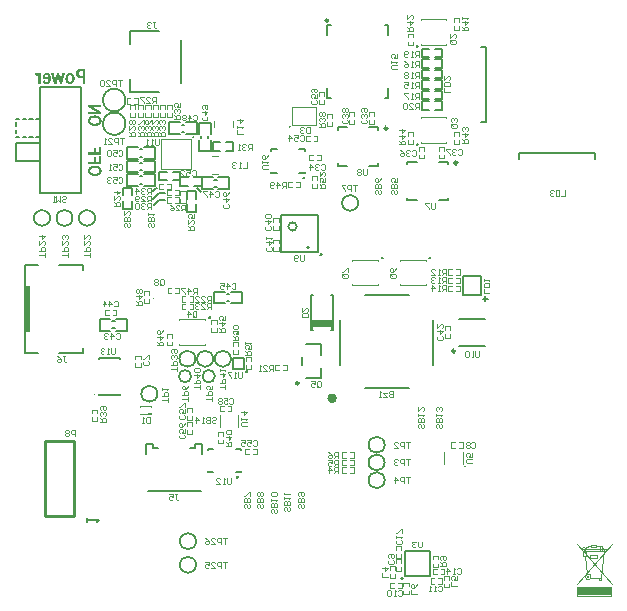
<source format=gbo>
G04*
G04 #@! TF.GenerationSoftware,Altium Limited,Altium Designer,23.1.1 (15)*
G04*
G04 Layer_Color=32896*
%FSLAX25Y25*%
%MOIN*%
G70*
G04*
G04 #@! TF.SameCoordinates,57D325FE-50AA-4423-B3C5-F19BAF70027F*
G04*
G04*
G04 #@! TF.FilePolarity,Positive*
G04*
G01*
G75*
%ADD10C,0.00591*%
%ADD11C,0.00787*%
%ADD12C,0.00600*%
%ADD13C,0.00984*%
%ADD15C,0.01000*%
%ADD16C,0.00492*%
%ADD266C,0.00394*%
%ADD267C,0.01772*%
%ADD268C,0.00827*%
%ADD269C,0.00598*%
%ADD270R,0.01968X0.15748*%
%ADD271R,0.01378X0.00492*%
%ADD272R,0.01378X0.00591*%
%ADD273R,0.00394X0.00591*%
%ADD274R,0.11495X0.02891*%
G36*
X100492Y92618D02*
X99705D01*
Y93701D01*
X93996D01*
Y92618D01*
X93209D01*
Y95965D01*
X100492D01*
Y92618D01*
D02*
G37*
G36*
X23303Y151125D02*
X18919D01*
Y151849D01*
X20780D01*
Y153356D01*
X21524D01*
Y151849D01*
X22559D01*
Y153589D01*
X23303D01*
Y151125D01*
D02*
G37*
G36*
Y148058D02*
X18919D01*
Y148782D01*
X20780D01*
Y150289D01*
X21524D01*
Y148782D01*
X22559D01*
Y150522D01*
X23303D01*
Y148058D01*
D02*
G37*
G36*
X21310Y147480D02*
X21495Y147465D01*
X21670Y147441D01*
X21830Y147407D01*
X21981Y147373D01*
X22117Y147329D01*
X22243Y147285D01*
X22355Y147242D01*
X22452Y147198D01*
X22540Y147154D01*
X22613Y147110D01*
X22676Y147076D01*
X22719Y147042D01*
X22753Y147018D01*
X22778Y147003D01*
X22783Y146999D01*
X22889Y146906D01*
X22977Y146804D01*
X23060Y146702D01*
X23128Y146595D01*
X23181Y146493D01*
X23230Y146386D01*
X23269Y146284D01*
X23303Y146187D01*
X23327Y146095D01*
X23346Y146012D01*
X23356Y145934D01*
X23366Y145866D01*
X23371Y145813D01*
X23376Y145774D01*
Y145740D01*
X23371Y145643D01*
X23366Y145550D01*
X23351Y145458D01*
X23337Y145375D01*
X23317Y145298D01*
X23298Y145220D01*
X23273Y145152D01*
X23249Y145089D01*
X23225Y145030D01*
X23201Y144982D01*
X23181Y144938D01*
X23162Y144904D01*
X23147Y144875D01*
X23133Y144855D01*
X23128Y144841D01*
X23123Y144836D01*
X23074Y144768D01*
X23021Y144705D01*
X22899Y144583D01*
X22778Y144481D01*
X22651Y144394D01*
X22598Y144355D01*
X22545Y144321D01*
X22496Y144297D01*
X22452Y144272D01*
X22418Y144253D01*
X22394Y144238D01*
X22374Y144233D01*
X22369Y144228D01*
X22272Y144190D01*
X22170Y144156D01*
X21956Y144097D01*
X21738Y144058D01*
X21636Y144039D01*
X21538Y144029D01*
X21441Y144019D01*
X21354Y144015D01*
X21281Y144005D01*
X21213D01*
X21159Y144000D01*
X21116D01*
X21091D01*
X21082D01*
X20887Y144005D01*
X20698Y144024D01*
X20523Y144049D01*
X20362Y144078D01*
X20212Y144117D01*
X20071Y144160D01*
X19944Y144209D01*
X19828Y144258D01*
X19726Y144301D01*
X19638Y144350D01*
X19560Y144394D01*
X19497Y144432D01*
X19449Y144462D01*
X19415Y144491D01*
X19395Y144505D01*
X19386Y144510D01*
X19288Y144598D01*
X19206Y144695D01*
X19138Y144792D01*
X19074Y144894D01*
X19021Y144996D01*
X18977Y145098D01*
X18943Y145200D01*
X18914Y145298D01*
X18890Y145390D01*
X18875Y145473D01*
X18861Y145550D01*
X18856Y145614D01*
X18851Y145672D01*
X18846Y145711D01*
Y145745D01*
X18851Y145886D01*
X18870Y146022D01*
X18895Y146143D01*
X18934Y146260D01*
X18972Y146372D01*
X19016Y146474D01*
X19070Y146566D01*
X19118Y146649D01*
X19167Y146722D01*
X19220Y146785D01*
X19264Y146843D01*
X19308Y146887D01*
X19342Y146921D01*
X19366Y146950D01*
X19386Y146965D01*
X19390Y146969D01*
X19512Y147062D01*
X19643Y147140D01*
X19779Y147208D01*
X19920Y147266D01*
X20061Y147319D01*
X20207Y147358D01*
X20348Y147392D01*
X20484Y147421D01*
X20610Y147441D01*
X20732Y147456D01*
X20839Y147470D01*
X20931Y147475D01*
X21004Y147480D01*
X21038Y147485D01*
X21062D01*
X21082D01*
X21096D01*
X21106D01*
X21111D01*
X21310Y147480D01*
D02*
G37*
G36*
X23303Y166945D02*
X20372D01*
X23303Y165472D01*
Y164768D01*
X18919D01*
Y165443D01*
X21777D01*
X18919Y166887D01*
Y167621D01*
X23303D01*
Y166945D01*
D02*
G37*
G36*
X21310Y164180D02*
X21495Y164165D01*
X21670Y164141D01*
X21830Y164107D01*
X21981Y164073D01*
X22117Y164029D01*
X22243Y163985D01*
X22355Y163942D01*
X22452Y163898D01*
X22540Y163854D01*
X22613Y163810D01*
X22676Y163776D01*
X22719Y163742D01*
X22753Y163718D01*
X22778Y163704D01*
X22783Y163699D01*
X22889Y163606D01*
X22977Y163504D01*
X23060Y163402D01*
X23128Y163295D01*
X23181Y163193D01*
X23230Y163086D01*
X23269Y162984D01*
X23303Y162887D01*
X23327Y162795D01*
X23346Y162712D01*
X23356Y162634D01*
X23366Y162566D01*
X23371Y162513D01*
X23376Y162474D01*
Y162440D01*
X23371Y162343D01*
X23366Y162250D01*
X23351Y162158D01*
X23337Y162075D01*
X23317Y161998D01*
X23298Y161920D01*
X23273Y161852D01*
X23249Y161789D01*
X23225Y161730D01*
X23201Y161682D01*
X23181Y161638D01*
X23162Y161604D01*
X23147Y161575D01*
X23133Y161555D01*
X23128Y161541D01*
X23123Y161536D01*
X23074Y161468D01*
X23021Y161405D01*
X22899Y161283D01*
X22778Y161181D01*
X22651Y161094D01*
X22598Y161055D01*
X22545Y161021D01*
X22496Y160996D01*
X22452Y160972D01*
X22418Y160953D01*
X22394Y160938D01*
X22374Y160933D01*
X22369Y160928D01*
X22272Y160889D01*
X22170Y160855D01*
X21956Y160797D01*
X21738Y160758D01*
X21636Y160739D01*
X21538Y160729D01*
X21441Y160719D01*
X21354Y160715D01*
X21281Y160705D01*
X21213D01*
X21159Y160700D01*
X21116D01*
X21091D01*
X21082D01*
X20887Y160705D01*
X20698Y160724D01*
X20523Y160749D01*
X20362Y160778D01*
X20212Y160817D01*
X20071Y160860D01*
X19944Y160909D01*
X19828Y160958D01*
X19726Y161001D01*
X19638Y161050D01*
X19560Y161094D01*
X19497Y161133D01*
X19449Y161162D01*
X19415Y161191D01*
X19395Y161205D01*
X19386Y161210D01*
X19288Y161298D01*
X19206Y161395D01*
X19138Y161492D01*
X19074Y161594D01*
X19021Y161696D01*
X18977Y161798D01*
X18943Y161900D01*
X18914Y161998D01*
X18890Y162090D01*
X18875Y162173D01*
X18861Y162250D01*
X18856Y162313D01*
X18851Y162372D01*
X18846Y162411D01*
Y162445D01*
X18851Y162586D01*
X18870Y162722D01*
X18895Y162843D01*
X18934Y162960D01*
X18972Y163072D01*
X19016Y163174D01*
X19070Y163266D01*
X19118Y163349D01*
X19167Y163422D01*
X19220Y163485D01*
X19264Y163543D01*
X19308Y163587D01*
X19342Y163621D01*
X19366Y163650D01*
X19386Y163665D01*
X19390Y163670D01*
X19512Y163762D01*
X19643Y163840D01*
X19779Y163908D01*
X19920Y163966D01*
X20061Y164019D01*
X20207Y164058D01*
X20348Y164092D01*
X20484Y164121D01*
X20610Y164141D01*
X20732Y164155D01*
X20839Y164170D01*
X20931Y164175D01*
X21004Y164180D01*
X21038Y164185D01*
X21062D01*
X21082D01*
X21096D01*
X21106D01*
X21111D01*
X21310Y164180D01*
D02*
G37*
G36*
X10119Y174700D02*
X9359D01*
X8854Y177025D01*
X8343Y174700D01*
X7583D01*
X6628Y178324D01*
X7405D01*
X7977Y175949D01*
X8471Y178324D01*
X9225D01*
X9742Y175949D01*
X10302Y178324D01*
X11062D01*
X10119Y174700D01*
D02*
G37*
G36*
X5191Y178402D02*
X5291Y178385D01*
X5385Y178363D01*
X5474Y178335D01*
X5557Y178302D01*
X5635Y178258D01*
X5701Y178219D01*
X5768Y178174D01*
X5823Y178130D01*
X5879Y178091D01*
X5923Y178052D01*
X5957Y178013D01*
X5984Y177986D01*
X6007Y177963D01*
X6018Y177947D01*
X6023Y177941D01*
X6095Y177836D01*
X6162Y177725D01*
X6217Y177603D01*
X6267Y177486D01*
X6306Y177364D01*
X6340Y177242D01*
X6367Y177125D01*
X6389Y177009D01*
X6412Y176903D01*
X6423Y176803D01*
X6434Y176715D01*
X6439Y176637D01*
Y176576D01*
X6445Y176526D01*
Y176498D01*
Y176487D01*
X6439Y176321D01*
X6428Y176160D01*
X6406Y176015D01*
X6378Y175877D01*
X6345Y175749D01*
X6312Y175627D01*
X6273Y175521D01*
X6234Y175427D01*
X6195Y175338D01*
X6156Y175266D01*
X6123Y175199D01*
X6090Y175150D01*
X6062Y175111D01*
X6040Y175077D01*
X6029Y175061D01*
X6023Y175055D01*
X5951Y174978D01*
X5879Y174911D01*
X5796Y174850D01*
X5712Y174800D01*
X5629Y174761D01*
X5546Y174722D01*
X5463Y174695D01*
X5379Y174672D01*
X5307Y174656D01*
X5235Y174639D01*
X5174Y174628D01*
X5118Y174622D01*
X5068D01*
X5035Y174617D01*
X5007D01*
X4919Y174622D01*
X4835Y174628D01*
X4680Y174656D01*
X4541Y174700D01*
X4480Y174722D01*
X4425Y174750D01*
X4375Y174772D01*
X4330Y174794D01*
X4292Y174817D01*
X4264Y174839D01*
X4236Y174855D01*
X4219Y174866D01*
X4208Y174878D01*
X4203D01*
X4142Y174933D01*
X4086Y174989D01*
X3986Y175116D01*
X3897Y175255D01*
X3831Y175388D01*
X3803Y175449D01*
X3775Y175505D01*
X3759Y175560D01*
X3737Y175605D01*
X3725Y175644D01*
X3714Y175671D01*
X3709Y175688D01*
Y175694D01*
X4491Y175854D01*
X4519Y175760D01*
X4552Y175682D01*
X4586Y175610D01*
X4625Y175555D01*
X4663Y175505D01*
X4708Y175460D01*
X4752Y175427D01*
X4797Y175399D01*
X4835Y175377D01*
X4874Y175360D01*
X4941Y175344D01*
X4963Y175338D01*
X4985Y175333D01*
X5002D01*
X5096Y175344D01*
X5179Y175372D01*
X5257Y175405D01*
X5324Y175449D01*
X5379Y175494D01*
X5418Y175527D01*
X5440Y175555D01*
X5451Y175566D01*
X5513Y175666D01*
X5557Y175771D01*
X5590Y175882D01*
X5612Y175993D01*
X5629Y176087D01*
X5635Y176132D01*
Y176165D01*
X5640Y176198D01*
Y176221D01*
Y176232D01*
Y176237D01*
X3670D01*
Y176343D01*
X3675Y176537D01*
X3686Y176715D01*
X3709Y176881D01*
X3737Y177037D01*
X3764Y177181D01*
X3803Y177308D01*
X3836Y177431D01*
X3875Y177536D01*
X3914Y177630D01*
X3953Y177708D01*
X3992Y177780D01*
X4020Y177836D01*
X4047Y177880D01*
X4070Y177908D01*
X4081Y177930D01*
X4086Y177936D01*
X4158Y178019D01*
X4230Y178091D01*
X4314Y178152D01*
X4397Y178208D01*
X4480Y178252D01*
X4558Y178291D01*
X4641Y178324D01*
X4719Y178346D01*
X4797Y178369D01*
X4863Y178385D01*
X4924Y178391D01*
X4980Y178402D01*
X5024D01*
X5057Y178407D01*
X5085D01*
X5191Y178402D01*
D02*
G37*
G36*
X18000Y174700D02*
X17173D01*
Y176587D01*
X16496D01*
X16374Y176593D01*
X16257Y176598D01*
X16152Y176609D01*
X16052Y176620D01*
X15969Y176631D01*
X15891Y176648D01*
X15819Y176659D01*
X15763Y176670D01*
X15713Y176687D01*
X15669Y176698D01*
X15636Y176709D01*
X15608Y176720D01*
X15591Y176726D01*
X15580Y176731D01*
X15575D01*
X15464Y176798D01*
X15364Y176876D01*
X15275Y176959D01*
X15197Y177048D01*
X15142Y177125D01*
X15097Y177186D01*
X15081Y177214D01*
X15070Y177231D01*
X15058Y177242D01*
Y177248D01*
X14992Y177392D01*
X14942Y177547D01*
X14903Y177697D01*
X14881Y177841D01*
X14870Y177908D01*
X14864Y177969D01*
X14859Y178019D01*
Y178069D01*
X14853Y178108D01*
Y178135D01*
Y178152D01*
Y178158D01*
Y178269D01*
X14864Y178374D01*
X14875Y178469D01*
X14892Y178563D01*
X14909Y178652D01*
X14931Y178729D01*
X14947Y178801D01*
X14970Y178874D01*
X14992Y178929D01*
X15014Y178985D01*
X15036Y179029D01*
X15053Y179068D01*
X15070Y179096D01*
X15081Y179118D01*
X15086Y179129D01*
X15092Y179134D01*
X15136Y179201D01*
X15186Y179268D01*
X15236Y179323D01*
X15286Y179373D01*
X15386Y179462D01*
X15486Y179528D01*
X15569Y179578D01*
X15602Y179595D01*
X15636Y179612D01*
X15664Y179623D01*
X15680Y179628D01*
X15691Y179634D01*
X15697D01*
X15747Y179645D01*
X15802Y179656D01*
X15869Y179667D01*
X15947Y179678D01*
X16102Y179690D01*
X16268Y179695D01*
X16346Y179701D01*
X16418D01*
X16490Y179706D01*
X18000D01*
Y174700D01*
D02*
G37*
G36*
X1722Y178402D02*
X1783Y178391D01*
X1844Y178369D01*
X1894Y178346D01*
X1938Y178324D01*
X1966Y178302D01*
X1988Y178291D01*
X1994Y178285D01*
X2021Y178263D01*
X2049Y178230D01*
X2110Y178163D01*
X2166Y178085D01*
X2216Y178002D01*
X2260Y177930D01*
X2293Y177869D01*
X2310Y177841D01*
X2316Y177825D01*
X2327Y177814D01*
Y178324D01*
X3059D01*
Y174700D01*
X2271D01*
Y175816D01*
Y175971D01*
Y176110D01*
X2266Y176237D01*
Y176354D01*
X2260Y176465D01*
X2255Y176559D01*
X2249Y176643D01*
X2244Y176715D01*
Y176781D01*
X2238Y176837D01*
X2232Y176881D01*
X2227Y176920D01*
Y176948D01*
X2221Y176964D01*
Y176976D01*
Y176981D01*
X2199Y177092D01*
X2171Y177186D01*
X2138Y177264D01*
X2110Y177325D01*
X2083Y177370D01*
X2060Y177403D01*
X2044Y177419D01*
X2038Y177425D01*
X1988Y177464D01*
X1938Y177497D01*
X1888Y177519D01*
X1844Y177531D01*
X1805Y177542D01*
X1777Y177547D01*
X1750D01*
X1683Y177542D01*
X1616Y177525D01*
X1555Y177497D01*
X1494Y177470D01*
X1450Y177436D01*
X1411Y177414D01*
X1389Y177392D01*
X1378Y177386D01*
X1128Y178224D01*
X1222Y178285D01*
X1317Y178330D01*
X1400Y178363D01*
X1483Y178385D01*
X1550Y178396D01*
X1605Y178407D01*
X1650D01*
X1722Y178402D01*
D02*
G37*
G36*
X12994Y178396D02*
X13138Y178374D01*
X13271Y178335D01*
X13382Y178296D01*
X13432Y178274D01*
X13477Y178258D01*
X13516Y178235D01*
X13549Y178219D01*
X13577Y178208D01*
X13593Y178197D01*
X13604Y178185D01*
X13610D01*
X13732Y178097D01*
X13837Y177991D01*
X13932Y177886D01*
X14009Y177775D01*
X14076Y177680D01*
X14098Y177641D01*
X14121Y177603D01*
X14137Y177575D01*
X14148Y177553D01*
X14159Y177536D01*
Y177531D01*
X14232Y177364D01*
X14281Y177192D01*
X14320Y177031D01*
X14343Y176881D01*
X14354Y176815D01*
X14359Y176753D01*
X14365Y176698D01*
Y176648D01*
X14370Y176609D01*
Y176581D01*
Y176565D01*
Y176559D01*
X14365Y176387D01*
X14354Y176232D01*
X14332Y176082D01*
X14304Y175943D01*
X14270Y175816D01*
X14232Y175694D01*
X14193Y175588D01*
X14154Y175494D01*
X14115Y175405D01*
X14076Y175333D01*
X14037Y175266D01*
X14004Y175216D01*
X13976Y175177D01*
X13954Y175144D01*
X13943Y175127D01*
X13937Y175122D01*
X13854Y175033D01*
X13765Y174955D01*
X13671Y174889D01*
X13582Y174828D01*
X13488Y174783D01*
X13399Y174739D01*
X13310Y174706D01*
X13221Y174678D01*
X13144Y174661D01*
X13072Y174644D01*
X13005Y174633D01*
X12949Y174622D01*
X12900D01*
X12866Y174617D01*
X12839D01*
X12689Y174628D01*
X12544Y174650D01*
X12417Y174689D01*
X12300Y174728D01*
X12250Y174750D01*
X12211Y174767D01*
X12173Y174789D01*
X12139Y174805D01*
X12111Y174817D01*
X12095Y174828D01*
X12084Y174839D01*
X12078D01*
X11956Y174933D01*
X11845Y175039D01*
X11745Y175155D01*
X11667Y175260D01*
X11601Y175360D01*
X11579Y175405D01*
X11556Y175444D01*
X11540Y175471D01*
X11529Y175494D01*
X11518Y175510D01*
Y175516D01*
X11445Y175688D01*
X11390Y175865D01*
X11351Y176038D01*
X11329Y176193D01*
X11318Y176265D01*
X11312Y176332D01*
X11307Y176387D01*
Y176437D01*
X11301Y176476D01*
Y176509D01*
Y176526D01*
Y176532D01*
X11307Y176670D01*
X11318Y176803D01*
X11340Y176931D01*
X11368Y177053D01*
X11395Y177170D01*
X11429Y177275D01*
X11468Y177375D01*
X11507Y177470D01*
X11545Y177553D01*
X11584Y177625D01*
X11618Y177686D01*
X11645Y177741D01*
X11673Y177786D01*
X11695Y177814D01*
X11706Y177836D01*
X11712Y177841D01*
X11789Y177941D01*
X11878Y178030D01*
X11967Y178102D01*
X12061Y178169D01*
X12156Y178224D01*
X12250Y178269D01*
X12339Y178307D01*
X12428Y178335D01*
X12511Y178357D01*
X12589Y178380D01*
X12661Y178391D01*
X12722Y178396D01*
X12772Y178402D01*
X12805Y178407D01*
X12839D01*
X12994Y178396D01*
D02*
G37*
%LPC*%
G36*
X21198Y146736D02*
X21159D01*
X21135D01*
X21125D01*
X20984Y146731D01*
X20853Y146727D01*
X20732Y146712D01*
X20620Y146692D01*
X20518Y146673D01*
X20421Y146649D01*
X20338Y146619D01*
X20260Y146595D01*
X20197Y146571D01*
X20139Y146542D01*
X20090Y146518D01*
X20051Y146498D01*
X20017Y146479D01*
X19998Y146469D01*
X19983Y146459D01*
X19978Y146454D01*
X19910Y146401D01*
X19857Y146343D01*
X19803Y146284D01*
X19764Y146226D01*
X19726Y146163D01*
X19696Y146104D01*
X19672Y146051D01*
X19653Y145993D01*
X19633Y145944D01*
X19624Y145895D01*
X19614Y145852D01*
X19609Y145818D01*
Y145789D01*
X19604Y145764D01*
Y145745D01*
X19609Y145667D01*
X19619Y145594D01*
X19638Y145521D01*
X19662Y145458D01*
X19721Y145336D01*
X19755Y145283D01*
X19794Y145230D01*
X19828Y145186D01*
X19862Y145147D01*
X19891Y145113D01*
X19920Y145089D01*
X19944Y145064D01*
X19964Y145050D01*
X19974Y145040D01*
X19978Y145035D01*
X20056Y144987D01*
X20134Y144943D01*
X20221Y144904D01*
X20314Y144870D01*
X20411Y144841D01*
X20503Y144817D01*
X20688Y144782D01*
X20771Y144773D01*
X20853Y144763D01*
X20926Y144758D01*
X20989Y144753D01*
X21038Y144748D01*
X21077D01*
X21101D01*
X21111D01*
X21252Y144753D01*
X21378Y144758D01*
X21500Y144773D01*
X21611Y144792D01*
X21713Y144812D01*
X21811Y144836D01*
X21893Y144860D01*
X21966Y144889D01*
X22034Y144914D01*
X22093Y144938D01*
X22141Y144962D01*
X22180Y144982D01*
X22209Y145001D01*
X22229Y145016D01*
X22243Y145021D01*
X22248Y145026D01*
X22311Y145079D01*
X22369Y145137D01*
X22418Y145196D01*
X22462Y145254D01*
X22496Y145317D01*
X22525Y145375D01*
X22554Y145434D01*
X22574Y145487D01*
X22588Y145541D01*
X22598Y145589D01*
X22608Y145633D01*
X22613Y145672D01*
X22617Y145701D01*
Y145745D01*
X22613Y145827D01*
X22603Y145900D01*
X22583Y145973D01*
X22559Y146041D01*
X22535Y146104D01*
X22501Y146168D01*
X22472Y146221D01*
X22437Y146270D01*
X22403Y146313D01*
X22369Y146352D01*
X22335Y146381D01*
X22311Y146411D01*
X22287Y146430D01*
X22267Y146445D01*
X22258Y146454D01*
X22253Y146459D01*
X22180Y146508D01*
X22102Y146552D01*
X22015Y146586D01*
X21922Y146619D01*
X21830Y146649D01*
X21738Y146668D01*
X21553Y146702D01*
X21465Y146712D01*
X21388Y146722D01*
X21315Y146727D01*
X21252Y146731D01*
X21198Y146736D01*
D02*
G37*
G36*
Y163436D02*
X21159D01*
X21135D01*
X21125D01*
X20984Y163431D01*
X20853Y163426D01*
X20732Y163412D01*
X20620Y163392D01*
X20518Y163373D01*
X20421Y163349D01*
X20338Y163320D01*
X20260Y163295D01*
X20197Y163271D01*
X20139Y163242D01*
X20090Y163217D01*
X20051Y163198D01*
X20017Y163179D01*
X19998Y163169D01*
X19983Y163159D01*
X19978Y163154D01*
X19910Y163101D01*
X19857Y163042D01*
X19803Y162984D01*
X19764Y162926D01*
X19726Y162863D01*
X19696Y162804D01*
X19672Y162751D01*
X19653Y162693D01*
X19633Y162644D01*
X19624Y162595D01*
X19614Y162552D01*
X19609Y162518D01*
Y162488D01*
X19604Y162464D01*
Y162445D01*
X19609Y162367D01*
X19619Y162294D01*
X19638Y162221D01*
X19662Y162158D01*
X19721Y162037D01*
X19755Y161983D01*
X19794Y161930D01*
X19828Y161886D01*
X19862Y161847D01*
X19891Y161813D01*
X19920Y161789D01*
X19944Y161764D01*
X19964Y161750D01*
X19974Y161740D01*
X19978Y161735D01*
X20056Y161687D01*
X20134Y161643D01*
X20221Y161604D01*
X20314Y161570D01*
X20411Y161541D01*
X20503Y161516D01*
X20688Y161483D01*
X20771Y161473D01*
X20853Y161463D01*
X20926Y161458D01*
X20989Y161453D01*
X21038Y161448D01*
X21077D01*
X21101D01*
X21111D01*
X21252Y161453D01*
X21378Y161458D01*
X21500Y161473D01*
X21611Y161492D01*
X21713Y161512D01*
X21811Y161536D01*
X21893Y161560D01*
X21966Y161589D01*
X22034Y161614D01*
X22093Y161638D01*
X22141Y161662D01*
X22180Y161682D01*
X22209Y161701D01*
X22229Y161716D01*
X22243Y161721D01*
X22248Y161725D01*
X22311Y161779D01*
X22369Y161837D01*
X22418Y161896D01*
X22462Y161954D01*
X22496Y162017D01*
X22525Y162075D01*
X22554Y162134D01*
X22574Y162187D01*
X22588Y162241D01*
X22598Y162289D01*
X22608Y162333D01*
X22613Y162372D01*
X22617Y162401D01*
Y162445D01*
X22613Y162527D01*
X22603Y162600D01*
X22583Y162673D01*
X22559Y162741D01*
X22535Y162804D01*
X22501Y162868D01*
X22472Y162921D01*
X22437Y162970D01*
X22403Y163013D01*
X22369Y163052D01*
X22335Y163081D01*
X22311Y163111D01*
X22287Y163130D01*
X22267Y163145D01*
X22258Y163154D01*
X22253Y163159D01*
X22180Y163208D01*
X22102Y163251D01*
X22015Y163286D01*
X21922Y163320D01*
X21830Y163349D01*
X21738Y163368D01*
X21553Y163402D01*
X21465Y163412D01*
X21388Y163422D01*
X21315Y163426D01*
X21252Y163431D01*
X21198Y163436D01*
D02*
G37*
G36*
X5046Y177675D02*
X5035D01*
X4952Y177664D01*
X4874Y177641D01*
X4802Y177608D01*
X4747Y177569D01*
X4697Y177525D01*
X4658Y177492D01*
X4636Y177470D01*
X4630Y177458D01*
X4575Y177370D01*
X4530Y177270D01*
X4497Y177164D01*
X4475Y177064D01*
X4458Y176970D01*
X4453Y176931D01*
Y176898D01*
X4447Y176865D01*
Y176842D01*
Y176831D01*
Y176826D01*
X5629D01*
X5624Y176970D01*
X5607Y177092D01*
X5579Y177198D01*
X5546Y177292D01*
X5513Y177358D01*
X5485Y177414D01*
X5463Y177442D01*
X5457Y177453D01*
X5390Y177525D01*
X5318Y177580D01*
X5246Y177619D01*
X5179Y177647D01*
X5124Y177664D01*
X5074Y177669D01*
X5046Y177675D01*
D02*
G37*
G36*
X17173Y178857D02*
X16596D01*
X16518Y178851D01*
X16446Y178846D01*
X16385Y178840D01*
X16329D01*
X16280Y178835D01*
X16235Y178829D01*
X16202Y178824D01*
X16169Y178818D01*
X16124Y178807D01*
X16096Y178801D01*
X16091Y178796D01*
X16035Y178768D01*
X15980Y178735D01*
X15935Y178701D01*
X15897Y178663D01*
X15863Y178624D01*
X15841Y178596D01*
X15824Y178574D01*
X15819Y178568D01*
X15780Y178502D01*
X15752Y178430D01*
X15736Y178357D01*
X15719Y178291D01*
X15713Y178235D01*
X15708Y178191D01*
Y178158D01*
Y178152D01*
Y178147D01*
X15713Y178058D01*
X15724Y177980D01*
X15741Y177908D01*
X15763Y177847D01*
X15786Y177797D01*
X15802Y177764D01*
X15813Y177736D01*
X15819Y177730D01*
X15863Y177675D01*
X15908Y177625D01*
X15952Y177586D01*
X15996Y177553D01*
X16030Y177525D01*
X16063Y177508D01*
X16085Y177503D01*
X16091Y177497D01*
X16124Y177486D01*
X16163Y177475D01*
X16257Y177464D01*
X16363Y177453D01*
X16468Y177442D01*
X16563D01*
X16607Y177436D01*
X17173D01*
Y178857D01*
D02*
G37*
G36*
X12872Y177625D02*
X12844D01*
X12788Y177619D01*
X12733Y177614D01*
X12633Y177580D01*
X12544Y177536D01*
X12467Y177480D01*
X12406Y177425D01*
X12361Y177381D01*
X12333Y177347D01*
X12322Y177342D01*
Y177336D01*
X12284Y177281D01*
X12250Y177220D01*
X12195Y177086D01*
X12156Y176953D01*
X12134Y176820D01*
X12122Y176759D01*
X12117Y176698D01*
X12111Y176648D01*
Y176604D01*
X12106Y176565D01*
Y176537D01*
Y176520D01*
Y176515D01*
Y176415D01*
X12117Y176321D01*
X12128Y176232D01*
X12139Y176154D01*
X12156Y176076D01*
X12173Y176010D01*
X12195Y175949D01*
X12211Y175893D01*
X12234Y175843D01*
X12256Y175799D01*
X12272Y175766D01*
X12289Y175738D01*
X12300Y175710D01*
X12311Y175694D01*
X12322Y175688D01*
Y175682D01*
X12361Y175632D01*
X12406Y175588D01*
X12450Y175549D01*
X12489Y175521D01*
X12578Y175466D01*
X12655Y175433D01*
X12728Y175416D01*
X12783Y175405D01*
X12805Y175399D01*
X12833D01*
X12889Y175405D01*
X12944Y175410D01*
X13044Y175444D01*
X13133Y175488D01*
X13210Y175538D01*
X13271Y175588D01*
X13316Y175632D01*
X13343Y175666D01*
X13355Y175671D01*
Y175677D01*
X13394Y175732D01*
X13427Y175793D01*
X13477Y175926D01*
X13516Y176065D01*
X13538Y176198D01*
X13549Y176260D01*
X13554Y176321D01*
X13560Y176376D01*
Y176420D01*
X13566Y176459D01*
Y176487D01*
Y176504D01*
Y176509D01*
Y176609D01*
X13554Y176704D01*
X13543Y176787D01*
X13532Y176870D01*
X13516Y176942D01*
X13499Y177009D01*
X13482Y177070D01*
X13460Y177125D01*
X13438Y177175D01*
X13421Y177220D01*
X13405Y177253D01*
X13388Y177286D01*
X13371Y177308D01*
X13366Y177325D01*
X13355Y177331D01*
Y177336D01*
X13316Y177386D01*
X13271Y177431D01*
X13227Y177470D01*
X13183Y177503D01*
X13099Y177553D01*
X13016Y177592D01*
X12949Y177608D01*
X12894Y177619D01*
X12872Y177625D01*
D02*
G37*
%LPD*%
D10*
X117735Y42593D02*
G03*
X117735Y42593I-2677J0D01*
G01*
Y54404D02*
G03*
X117735Y54404I-2677J0D01*
G01*
Y48499D02*
G03*
X117735Y48499I-2677J0D01*
G01*
X92421Y120079D02*
G03*
X92421Y120079I-295J0D01*
G01*
X88386Y127165D02*
G03*
X88386Y127165I-1378J0D01*
G01*
X144567Y47170D02*
G03*
X144567Y47170I-197J0D01*
G01*
X53228Y77264D02*
G03*
X53228Y77264I-2047J0D01*
G01*
X61102D02*
G03*
X61102Y77264I-2047J0D01*
G01*
X31299Y169291D02*
G03*
X31299Y169291I-3740J0D01*
G01*
Y161417D02*
G03*
X31299Y161417I-3740J0D01*
G01*
X6177Y130000D02*
G03*
X6177Y130000I-2677J0D01*
G01*
X41977Y71400D02*
G03*
X41977Y71400I-2677J0D01*
G01*
X13677Y130000D02*
G03*
X13677Y130000I-2677J0D01*
G01*
X54843Y14370D02*
G03*
X54843Y14370I-2677J0D01*
G01*
Y22244D02*
G03*
X54843Y22244I-2677J0D01*
G01*
X21177Y130000D02*
G03*
X21177Y130000I-2677J0D01*
G01*
X108878Y135000D02*
G03*
X108878Y135000I-2677J0D01*
G01*
X54646Y83071D02*
G03*
X54646Y83071I-2677J0D01*
G01*
X60551Y83071D02*
G03*
X60551Y83071I-2677J0D01*
G01*
X66457Y83071D02*
G03*
X66457Y83071I-2677J0D01*
G01*
X143898Y104331D02*
X149803D01*
X143898Y110630D02*
X149803D01*
X54370Y54626D02*
X56831D01*
X52697Y53347D02*
X54370D01*
X54370Y54626D02*
X54370Y53347D01*
X40591D02*
X40591Y54626D01*
X40591Y53347D02*
X42264D01*
X38130Y54626D02*
X40591D01*
X38130Y51378D02*
Y54626D01*
X56831Y51378D02*
Y54626D01*
X38721Y38878D02*
X56339D01*
X138891Y147910D02*
Y148698D01*
X135742D02*
X138891D01*
X125309D02*
X128458D01*
X125309Y147910D02*
Y148698D01*
Y135902D02*
Y136690D01*
Y135902D02*
X128458D01*
X138891D02*
Y136690D01*
X135742Y135902D02*
X138891D01*
X83169Y118602D02*
Y131004D01*
X95571D01*
Y118602D02*
Y131004D01*
X83169Y118602D02*
X95571D01*
X32677Y171980D02*
X42520D01*
X49925Y174835D02*
Y189402D01*
X32677Y192256D02*
X42520D01*
X32677Y171980D02*
Y176213D01*
Y188023D02*
Y192256D01*
X132760Y10754D02*
Y19022D01*
X124493Y10753D02*
Y19022D01*
X132760D01*
X124493Y10754D02*
X132760D01*
X112442Y147402D02*
X115591D01*
Y148190D01*
X102009Y147402D02*
X105158D01*
X102009D02*
Y148190D01*
Y159410D02*
Y160198D01*
X105158D01*
X112442D02*
X115591D01*
Y159410D02*
Y160198D01*
X100492Y92618D02*
Y104232D01*
X93209Y92618D02*
Y104232D01*
Y92618D02*
X93701D01*
X100000D02*
X100492D01*
X100000Y104232D02*
X100492D01*
X93209D02*
X93701D01*
X90175Y80862D02*
Y83618D01*
X91356Y87949D02*
X96474D01*
X91356Y76531D02*
X96474D01*
Y84405D02*
Y87949D01*
Y76531D02*
Y80075D01*
X133858Y81102D02*
Y96063D01*
X111024Y104331D02*
X125984D01*
X102756Y81102D02*
Y96063D01*
X111024Y73228D02*
X125984D01*
X98661Y194206D02*
X99744D01*
X117854Y194206D02*
X118937D01*
X98661Y169994D02*
X99744D01*
X117854D02*
X118937D01*
X98661Y191037D02*
Y194206D01*
Y169994D02*
Y173163D01*
X118937Y191037D02*
Y194206D01*
X118937Y169994D02*
Y173163D01*
X152067Y103051D02*
X150493D01*
X151280Y103838D02*
Y102264D01*
D11*
X86213Y160376D02*
G03*
X86213Y160376I-197J0D01*
G01*
X53979Y157032D02*
G03*
X53979Y157032I-197J0D01*
G01*
X123803Y9770D02*
G03*
X123803Y9770I-295J0D01*
G01*
X58888Y45163D02*
X60660D01*
X58888Y53037D02*
X60660Y53037D01*
X68140D02*
X69912Y53037D01*
X68140Y45163D02*
X69912D01*
Y45655D01*
X58888Y45163D02*
Y45655D01*
Y52545D02*
Y53037D01*
X69912Y52545D02*
Y53037D01*
X26906Y93219D02*
X27694D01*
X26906Y95581D02*
X27694D01*
X142520Y96260D02*
X151181D01*
X142520Y87205D02*
X151181D01*
X36119Y141481D02*
X36906D01*
X36119Y143843D02*
X36906D01*
X36119Y148343D02*
X36906D01*
X36119Y145981D02*
X36906D01*
X36119Y150481D02*
X36906D01*
X36119Y152843D02*
X36906D01*
X60928Y142739D02*
X61715D01*
X60928Y140377D02*
X61715D01*
X50019Y158681D02*
X50806D01*
X50019Y161043D02*
X50806D01*
X58894Y156569D02*
Y157356D01*
X56532Y156569D02*
Y157356D01*
X65106Y104681D02*
X65894D01*
X65106Y102319D02*
X65894D01*
X22357Y83105D02*
Y83302D01*
X29443Y83105D02*
Y83302D01*
X22357Y71098D02*
Y71294D01*
X29443Y71098D02*
Y71294D01*
X22357Y71098D02*
X29443D01*
X22357Y83302D02*
X29443D01*
X91012Y152345D02*
Y152837D01*
X79988Y152345D02*
Y152837D01*
Y144963D02*
Y145455D01*
X91012Y144963D02*
Y145455D01*
X89240Y144963D02*
X91012D01*
X89240Y152837D02*
X91012Y152837D01*
X79988D02*
X81760Y152837D01*
X79988Y144963D02*
X81760D01*
D12*
X31926Y92432D02*
Y96369D01*
X22674Y92432D02*
Y96369D01*
Y92432D02*
X26316D01*
X28284D02*
X31926D01*
X22674Y96369D02*
X26316D01*
X28284D02*
X31926D01*
X42522Y142720D02*
X45081D01*
X47050D02*
X49609D01*
X42522Y145476D02*
X45081D01*
X47050D02*
X49609D01*
Y142720D02*
Y145476D01*
X42522Y142720D02*
Y145476D01*
X136945Y169524D02*
Y172476D01*
X130055Y169524D02*
Y172476D01*
Y169524D02*
X132516D01*
X134484D02*
X136945D01*
X130055Y172476D02*
X132516D01*
X134484D02*
X136945D01*
Y180024D02*
Y182976D01*
X130055Y180024D02*
Y182976D01*
Y180024D02*
X132516D01*
X134484D02*
X136945D01*
X130055Y182976D02*
X132516D01*
X134484D02*
X136945D01*
X17224Y84842D02*
Y86713D01*
Y112500D02*
Y114370D01*
X-2165Y84842D02*
Y114370D01*
X136945Y173024D02*
Y175976D01*
X130055Y173024D02*
Y175976D01*
Y173024D02*
X132516D01*
X134484D02*
X136945D01*
X130055Y175976D02*
X132516D01*
X134484D02*
X136945D01*
X16634Y138268D02*
Y173701D01*
X2854D02*
X16634D01*
X2854Y138268D02*
Y173701D01*
Y138268D02*
X16634D01*
X-5217Y160709D02*
Y161890D01*
X1476Y156968D02*
X2854D01*
X-728D02*
X453D01*
X-5217Y158307D02*
Y159291D01*
X-728Y162874D02*
X453D01*
X1476D02*
X2854D01*
X-2933D02*
X-1752D01*
X-2933Y156968D02*
X-1752D01*
X-5217Y160669D02*
Y161653D01*
Y156968D02*
X-4035D01*
X-5217Y162874D02*
X-4035D01*
X-5217Y155000D02*
X2854D01*
X-5217Y149094D02*
Y155000D01*
Y149094D02*
X2854D01*
X136945Y183524D02*
Y186476D01*
X130055Y183524D02*
Y186476D01*
Y183524D02*
X132516D01*
X134484D02*
X136945D01*
X130055Y186476D02*
X132516D01*
X134484D02*
X136945D01*
Y166024D02*
Y168976D01*
X130055Y166024D02*
Y168976D01*
Y166024D02*
X132516D01*
X134484D02*
X136945D01*
X130055Y168976D02*
X132516D01*
X134484D02*
X136945D01*
X134484Y179476D02*
X136945D01*
X130055D02*
X132516D01*
X134484Y176524D02*
X136945D01*
X130055D02*
X132516D01*
X130055D02*
Y179476D01*
X136945Y176524D02*
Y179476D01*
X149803Y104331D02*
Y110630D01*
X143898Y104331D02*
Y110630D01*
X41139Y140694D02*
Y144631D01*
X31887Y140694D02*
Y144631D01*
Y140694D02*
X35528D01*
X37497D02*
X41139D01*
X31887Y144631D02*
X35528D01*
X37497D02*
X41139D01*
X37497Y149131D02*
X41139D01*
X31887D02*
X35528D01*
X37497Y145194D02*
X41139D01*
X31887D02*
X35528D01*
X31887D02*
Y149131D01*
X41139Y145194D02*
Y149131D01*
Y149694D02*
Y153631D01*
X31887Y149694D02*
Y153631D01*
Y149694D02*
X35528D01*
X37497D02*
X41139D01*
X31887Y153631D02*
X35528D01*
X37497D02*
X41139D01*
X62305Y143526D02*
X65947D01*
X56695D02*
X60337D01*
X62305Y139589D02*
X65947D01*
X56695D02*
X60337D01*
X56695D02*
Y143526D01*
X65947Y139589D02*
Y143526D01*
X49609Y140770D02*
Y143526D01*
X56696Y140770D02*
Y143526D01*
X54137D02*
X56696D01*
X49609D02*
X52168D01*
X54137Y140770D02*
X56696D01*
X49609D02*
X52168D01*
X45787Y157894D02*
X49428D01*
X51397D02*
X55039D01*
X45787Y161831D02*
X49428D01*
X51397D02*
X55039D01*
Y157894D02*
Y161831D01*
X45787Y157894D02*
Y161831D01*
X59681Y152336D02*
Y155978D01*
Y157947D02*
Y161588D01*
X55744Y152336D02*
Y155978D01*
Y157947D02*
Y161588D01*
X59681D01*
X55744Y152336D02*
X59681D01*
X66484Y105468D02*
X70126D01*
X60874D02*
X64516D01*
X66484Y101532D02*
X70126D01*
X60874D02*
X64516D01*
X60874D02*
Y105468D01*
X70126Y101532D02*
Y105468D01*
X64784Y155276D02*
X67245D01*
X60355D02*
X62816D01*
X64784Y152324D02*
X67245D01*
X60355D02*
X62816D01*
X60355D02*
Y155276D01*
X67245Y152324D02*
Y155276D01*
X54876Y132055D02*
Y134516D01*
Y136484D02*
Y138945D01*
X51924Y132055D02*
Y134516D01*
Y136484D02*
Y138945D01*
X54876D01*
X51924Y132055D02*
X54876D01*
X30624Y140045D02*
X33576D01*
X30624Y133155D02*
X33576D01*
Y135616D01*
Y137584D02*
Y140045D01*
X30624Y133155D02*
Y135616D01*
Y137584D02*
Y140045D01*
X67121Y79720D02*
X70674D01*
X67121D02*
Y83272D01*
X70674D01*
Y79720D02*
Y83272D01*
X40500Y136400D02*
X42400Y138300D01*
X44500D01*
X40800Y134200D02*
X42600Y136000D01*
X44400D01*
X40600Y139000D02*
X41600Y140000D01*
X41900D01*
X55100Y139900D02*
X56450Y138550D01*
X18661Y28740D02*
Y30073D01*
Y29407D01*
X22660D01*
X21994Y28740D01*
D13*
X68701Y43588D02*
G03*
X68701Y43588I-197J0D01*
G01*
X141240Y85630D02*
G03*
X141240Y85630I-492J0D01*
G01*
X128646Y187228D02*
G03*
X128646Y187228I-197J0D01*
G01*
Y154477D02*
G03*
X128646Y154477I-197J0D01*
G01*
X141943Y148402D02*
G03*
X141943Y148402I-492J0D01*
G01*
X96555Y117815D02*
G03*
X96555Y117815I-197J0D01*
G01*
X59407Y96823D02*
G03*
X59407Y96823I-197J0D01*
G01*
X118642Y159902D02*
G03*
X118642Y159902I-492J0D01*
G01*
X88994Y74957D02*
G03*
X88994Y74957I-394J0D01*
G01*
X132874Y116634D02*
G03*
X132874Y116634I-197J0D01*
G01*
X116929D02*
G03*
X116929Y116634I-197J0D01*
G01*
X98858Y195879D02*
G03*
X98858Y195879I-394J0D01*
G01*
X90815Y143388D02*
G03*
X90815Y143388I-197J0D01*
G01*
D15*
X71800Y78791D02*
G03*
X71800Y78791I-197J0D01*
G01*
X4449Y55709D02*
X14291D01*
Y30748D02*
Y55709D01*
X4449Y30748D02*
X14291D01*
X4449D02*
Y55709D01*
D16*
X185878Y10341D02*
G03*
X185878Y10341I-295J0D01*
G01*
X184660Y19750D02*
G03*
X184660Y19750I-519J0D01*
G01*
X186522Y10340D02*
G03*
X186522Y10340I-939J0D01*
G01*
X190170Y20284D02*
G03*
X190159Y20293I-422J-501D01*
G01*
D02*
G03*
X190149Y20301I-415J-515D01*
G01*
X21966Y62271D02*
Y63511D01*
Y64889D02*
Y66129D01*
X20234Y62271D02*
Y63511D01*
Y64889D02*
Y66129D01*
X21966D01*
X20234Y62271D02*
X21966D01*
X73889Y53066D02*
X75129D01*
X71271D02*
X72511Y53066D01*
X73889Y51334D02*
X75129D01*
X71271D02*
X72511Y51334D01*
X71271Y51334D02*
Y53066D01*
X75129Y51334D02*
Y53066D01*
X86754Y161115D02*
Y166843D01*
X94963D01*
X86754Y161115D02*
X94963D01*
Y166843D01*
X98534Y160684D02*
X100266D01*
X98534Y164542D02*
X100266D01*
X98534D02*
X98534Y163302D01*
X98534Y160684D02*
X98534Y161924D01*
X100266Y164542D02*
X100266Y163302D01*
X100266Y160684D02*
X100266Y161924D01*
X95329Y155734D02*
Y157466D01*
X91471Y155734D02*
Y157466D01*
Y155734D02*
X92711D01*
X94089D02*
X95329D01*
X91471Y157466D02*
X92711D01*
X94089D02*
X95329D01*
X27089Y99466D02*
X28329D01*
X24471D02*
X25711D01*
X27089Y97734D02*
X28329D01*
X24471D02*
X25711D01*
X24471D02*
Y99466D01*
X28329Y97734D02*
Y99466D01*
X35546Y167613D02*
X37279D01*
X35546Y163755D02*
X37279D01*
Y164995D01*
Y166373D02*
Y167613D01*
X35546Y163755D02*
Y164995D01*
Y166373D02*
Y167613D01*
X142729Y105722D02*
Y107454D01*
X138871Y105722D02*
Y107454D01*
Y105722D02*
X140111D01*
X141489D02*
X142729D01*
X138871Y107454D02*
X140111D01*
X141489D02*
X142729D01*
Y108422D02*
Y110154D01*
X138871Y108422D02*
Y110154D01*
Y108422D02*
X140111D01*
X141489D02*
X142729D01*
X138871Y110154D02*
X140111D01*
X141489D02*
X142729D01*
Y111122D02*
Y112854D01*
X138871Y111122D02*
Y112854D01*
Y111122D02*
X140111D01*
X141489D02*
X142729D01*
X138871Y112854D02*
X140111D01*
X141489D02*
X142729D01*
X82362Y126023D02*
Y127264D01*
X82362Y129882D02*
X82362Y128642D01*
X80630Y126024D02*
X80630Y127264D01*
X80630Y129882D02*
X80630Y128642D01*
X80630Y129882D02*
X82362Y129882D01*
X80630Y126024D02*
X82362Y126023D01*
X82362Y118937D02*
Y120177D01*
Y122795D02*
X82362Y121555D01*
X80630Y118937D02*
Y120177D01*
Y121555D02*
Y122795D01*
X82362Y122795D01*
X80630Y118937D02*
X82362Y118937D01*
X53566Y62771D02*
Y64011D01*
Y65389D02*
Y66629D01*
X51834Y62771D02*
Y64011D01*
Y65389D02*
Y66629D01*
X53566D01*
X51834Y62771D02*
X53566D01*
Y58071D02*
Y59311D01*
Y60689D02*
Y61929D01*
X51834Y58071D02*
Y59311D01*
Y60689D02*
Y61929D01*
X53566D01*
X51834Y58071D02*
X53566D01*
X139666Y89971D02*
Y91211D01*
Y92589D02*
Y93829D01*
X137934Y89971D02*
Y91211D01*
Y92589D02*
Y93829D01*
X139666D01*
X137934Y89971D02*
X139666D01*
X137466Y149871D02*
Y151111D01*
Y153729D02*
X137466Y152489D01*
X135734Y149871D02*
Y151111D01*
X135734Y152489D02*
X135734Y153729D01*
X137466D01*
X135734Y149871D02*
X137466D01*
X130966Y149871D02*
Y151111D01*
Y152489D02*
Y153729D01*
X129234Y149871D02*
Y151111D01*
Y152489D02*
Y153729D01*
X130966D01*
X129234Y149871D02*
X130966D01*
X129787Y196322D02*
X138331D01*
X129787Y195987D02*
Y196322D01*
X138331Y195987D02*
Y196322D01*
Y187779D02*
Y188113D01*
X129787Y187779D02*
X138331D01*
X129787D02*
Y188113D01*
Y163572D02*
X138331D01*
X129787Y163237D02*
Y163572D01*
X138331Y163237D02*
Y163572D01*
Y155028D02*
Y155363D01*
X129787Y155028D02*
X138331D01*
X129787D02*
Y155363D01*
X53929Y102134D02*
Y103866D01*
X50071Y102134D02*
Y103866D01*
Y102134D02*
X51311D01*
X52689D02*
X53929D01*
X50071Y103866D02*
X51311D01*
X52689D02*
X53929D01*
X52689Y101366D02*
X53929D01*
X50071D02*
X51311D01*
X52689Y99634D02*
X53929D01*
X50071D02*
X51311D01*
X50071D02*
Y101366D01*
X53929Y99634D02*
Y101366D01*
X49646Y138991D02*
X51379D01*
X49646Y135133D02*
X51379D01*
Y136373D01*
Y137751D02*
Y138991D01*
X49646Y135133D02*
Y136373D01*
Y137751D02*
Y138991D01*
X37946Y166373D02*
Y167613D01*
Y163755D02*
Y164995D01*
X39679Y166373D02*
Y167613D01*
Y163755D02*
Y164995D01*
X37946Y163755D02*
X39679D01*
X37946Y167613D02*
X39679D01*
X60056Y150809D02*
X62024D01*
X60056Y144746D02*
X62024D01*
X43191Y156283D02*
X53034D01*
Y146441D02*
Y156283D01*
X43191Y146441D02*
Y156283D01*
Y146441D02*
X53034D01*
X67044Y160487D02*
Y162456D01*
X60981Y160487D02*
Y162456D01*
X123292Y16758D02*
Y17998D01*
Y19376D02*
Y20617D01*
X121560Y16758D02*
Y17998D01*
Y19376D02*
Y20617D01*
X123292D01*
X121560Y16758D02*
X123292D01*
X119597Y6721D02*
X120837D01*
X122215D02*
X123455D01*
X119597Y8454D02*
X120837D01*
X122215D02*
X123455D01*
Y6721D02*
Y8454D01*
X119597Y6721D02*
Y8454D01*
X123292Y12358D02*
Y13598D01*
Y14976D02*
Y16217D01*
X121560Y12358D02*
Y13598D01*
Y14976D02*
Y16217D01*
X123292D01*
X121560Y12358D02*
X123292D01*
X135628Y9869D02*
X136868D01*
X133010D02*
X134250D01*
X135628Y8137D02*
X136868D01*
X133010D02*
X134250D01*
X133010D02*
Y9869D01*
X136868Y8137D02*
Y9869D01*
X133760Y17416D02*
X135492D01*
X133760Y13558D02*
X135492D01*
Y14798D01*
Y16176D02*
Y17416D01*
X133760Y13558D02*
Y14798D01*
Y16176D02*
Y17416D01*
X123960Y8417D02*
X125692D01*
X123960Y4559D02*
X125692D01*
Y5799D01*
Y7177D02*
Y8417D01*
X123960Y4559D02*
Y5799D01*
Y7177D02*
Y8417D01*
X119460Y12677D02*
Y13917D01*
Y10059D02*
Y11299D01*
X121193Y12677D02*
Y13917D01*
Y10059D02*
Y11299D01*
X119460Y10059D02*
X121193D01*
X119460Y13917D02*
X121193D01*
X137373Y10717D02*
X139105D01*
X137373Y6859D02*
X139105D01*
Y8099D01*
Y9477D02*
Y10717D01*
X137373Y6859D02*
Y8099D01*
Y9477D02*
Y10717D01*
X133797Y11321D02*
Y13054D01*
X137655Y11321D02*
Y13054D01*
X136415D02*
X137655D01*
X133797D02*
X135037D01*
X136415Y11321D02*
X137655D01*
X133797D02*
X135037D01*
X143928Y48084D02*
Y51824D01*
X137629Y48084D02*
Y51824D01*
X142568Y55163D02*
X143808Y55163D01*
Y53431D02*
Y55163D01*
X139950D02*
X141190Y55163D01*
X139950Y53431D02*
Y55163D01*
X142568Y53431D02*
X143808D01*
X139950D02*
X141190D01*
X103571Y45134D02*
Y46866D01*
Y45134D02*
X104811D01*
X103571Y46866D02*
X104811D01*
X106189Y45134D02*
X107429D01*
Y46866D01*
X106189D02*
X107429D01*
X103571Y47634D02*
Y49366D01*
Y47634D02*
X104811D01*
X103571Y49366D02*
X104811D01*
X106189Y47634D02*
X107429D01*
Y49366D01*
X106189D02*
X107429D01*
X103571Y50134D02*
Y51866D01*
Y50134D02*
X104811D01*
X103571Y51866D02*
X104811D01*
X106189Y50134D02*
X107429D01*
Y51866D01*
X106189D02*
X107429D01*
X49042Y137496D02*
Y139228D01*
X45184Y137496D02*
Y139228D01*
Y137496D02*
X46424D01*
X47802D02*
X49042D01*
X45184Y139228D02*
X46424D01*
X47802D02*
X49042D01*
Y135096D02*
Y136828D01*
X45184Y135096D02*
Y136828D01*
Y135096D02*
X46424D01*
X47802D02*
X49042D01*
X45184Y136828D02*
X46424D01*
X47802D02*
X49042D01*
X40346Y163755D02*
X42079D01*
X40346Y167613D02*
X42079D01*
X40346Y166373D02*
Y167613D01*
Y163755D02*
Y164995D01*
X42079Y166373D02*
Y167613D01*
Y163755D02*
Y164995D01*
X42746Y167613D02*
X44479D01*
X42746Y163755D02*
X44479D01*
Y164995D01*
Y166373D02*
Y167613D01*
X42746Y163755D02*
Y164995D01*
Y166373D02*
Y167613D01*
X45146Y163755D02*
X46879D01*
X45146Y167613D02*
X46879D01*
X45146Y166373D02*
Y167613D01*
Y163755D02*
Y164995D01*
X46879Y166373D02*
Y167613D01*
Y163755D02*
Y164995D01*
X34566Y163771D02*
Y165011D01*
Y166389D02*
Y167629D01*
X32834Y163771D02*
Y165011D01*
Y166389D02*
Y167629D01*
X34566D01*
X32834Y163771D02*
X34566D01*
X46429Y139634D02*
Y141366D01*
X42571Y139634D02*
Y141366D01*
Y139634D02*
X43811D01*
X45189D02*
X46429D01*
X42571Y141366D02*
X43811D01*
X45189D02*
X46429D01*
X35529Y168134D02*
Y169866D01*
X31671Y168134D02*
Y169866D01*
Y168134D02*
X32911D01*
X34289D02*
X35529D01*
X31671Y169866D02*
X32911D01*
X34289D02*
X35529D01*
X49328Y87728D02*
X57872D01*
Y88063D01*
X49328Y87728D02*
Y88063D01*
Y95937D02*
Y96272D01*
X57872D01*
Y95937D02*
Y96272D01*
X107666Y161371D02*
Y162611D01*
Y163989D02*
Y165229D01*
X105934Y161371D02*
Y162611D01*
Y163989D02*
Y165229D01*
X107666D01*
X105934Y161371D02*
X107666D01*
X112434Y161371D02*
X114166D01*
X112434Y165229D02*
X114166D01*
X112434Y163989D02*
Y165229D01*
Y161371D02*
Y162611D01*
X114166Y163989D02*
Y165229D01*
Y161371D02*
Y162611D01*
X81171Y79234D02*
Y80966D01*
X85029Y79234D02*
Y80966D01*
X83789D02*
X85029D01*
X81171D02*
X82411D01*
X83789Y79234D02*
X85029D01*
X81171D02*
X82411D01*
X122795Y107539D02*
X131339D01*
Y107874D01*
X122795Y107539D02*
Y107874D01*
Y115748D02*
Y116083D01*
X131339D01*
Y115748D02*
Y116083D01*
X115394Y115748D02*
Y116083D01*
X106850D02*
X115394D01*
X106850Y115748D02*
Y116083D01*
Y107539D02*
Y107874D01*
X115394Y107539D02*
Y107874D01*
X106850Y107539D02*
X115394D01*
X62234Y57489D02*
Y58729D01*
Y54871D02*
Y56111D01*
X63966Y57489D02*
Y58729D01*
Y54871D02*
Y56111D01*
X62234Y54871D02*
X63966D01*
X62234Y58729D02*
X63966D01*
X140913Y192680D02*
X142646D01*
X140913Y196539D02*
X142646D01*
X140913Y195298D02*
Y196539D01*
Y192680D02*
Y193921D01*
X142646Y195298D02*
Y196539D01*
Y192680D02*
Y193921D01*
X125434Y191429D02*
X127166D01*
X125434Y187571D02*
X127166D01*
Y188811D01*
Y190189D02*
Y191429D01*
X125434Y187571D02*
Y188811D01*
Y190189D02*
Y191429D01*
X140913Y158670D02*
X142646D01*
X140913Y154812D02*
X142646D01*
Y156052D01*
Y157430D02*
Y158670D01*
X140913Y154812D02*
Y156052D01*
Y157430D02*
Y158670D01*
X125472D02*
X127205D01*
X125472Y154812D02*
X127205D01*
Y156052D01*
Y157430D02*
Y158670D01*
X125472Y154812D02*
Y156052D01*
Y157430D02*
Y158670D01*
X59954Y92130D02*
X61687D01*
X59954Y95988D02*
X61687D01*
X59954Y94748D02*
Y95988D01*
Y92130D02*
Y93370D01*
X61687Y94748D02*
Y95988D01*
Y92130D02*
Y93370D01*
X45013Y87512D02*
X46746D01*
X45013Y91370D02*
X46746D01*
X45013Y90130D02*
Y91370D01*
Y87512D02*
Y88752D01*
X46746Y90130D02*
Y91370D01*
Y87512D02*
Y88752D01*
X45371Y104834D02*
Y106566D01*
X49229Y104834D02*
Y106566D01*
X47989D02*
X49229D01*
X45371D02*
X46611D01*
X47989Y104834D02*
X49229D01*
X45371D02*
X46611D01*
X37534Y101671D02*
X39266D01*
X37534Y105529D02*
X39266D01*
X37534Y104289D02*
Y105529D01*
Y101671D02*
Y102911D01*
X39266Y104289D02*
Y105529D01*
Y101671D02*
Y102911D01*
X34634Y82886D02*
Y84126D01*
Y80268D02*
Y81508D01*
X36366Y82886D02*
Y84126D01*
Y80268D02*
Y81508D01*
X34634Y80268D02*
X36366D01*
X34634Y84126D02*
X36366D01*
X62771Y65734D02*
Y67466D01*
X66629Y65734D02*
Y67466D01*
X65389D02*
X66629D01*
X62771D02*
X64011D01*
X65389Y65734D02*
X66629D01*
X62771D02*
X64011D01*
X62700Y60233D02*
Y64367D01*
X68900Y60233D02*
Y64367D01*
X95734Y167971D02*
X97466D01*
X95734Y171829D02*
X97466D01*
X95734Y170589D02*
Y171829D01*
Y167971D02*
Y169211D01*
X97466Y170589D02*
Y171829D01*
Y167971D02*
Y169211D01*
X92571Y149234D02*
Y150966D01*
X96429Y149234D02*
Y150966D01*
X95189D02*
X96429D01*
X92571D02*
X93811D01*
X95189Y149234D02*
X96429D01*
X92571D02*
X93811D01*
X88189Y141966D02*
X89429D01*
X85571D02*
X86811D01*
X88189Y140234D02*
X89429D01*
X85571D02*
X86811D01*
X85571D02*
Y141966D01*
X89429Y140234D02*
Y141966D01*
X68878Y84685D02*
Y85925D01*
Y87303D02*
Y88543D01*
X67146Y84685D02*
Y85925D01*
Y87303D02*
Y88543D01*
X68878D01*
X67146Y84685D02*
X68878D01*
X71378Y83622D02*
X73110D01*
X71378Y79764D02*
X73110D01*
Y81004D01*
Y82382D02*
Y83622D01*
X71378Y79764D02*
Y81004D01*
Y82382D02*
Y83622D01*
X93602Y140039D02*
X95335D01*
X93602Y143898D02*
X95335D01*
X93602Y142657D02*
Y143898D01*
Y140039D02*
Y141279D01*
X95335Y142657D02*
Y143898D01*
Y140039D02*
Y141279D01*
X181811Y21440D02*
X193346Y8003D01*
X181811D02*
X193346Y21440D01*
X189682Y9271D02*
Y10150D01*
X189086Y9271D02*
X189682D01*
X189086D02*
Y10150D01*
X189682D01*
X188637Y16680D02*
Y17535D01*
X186271Y16680D02*
X188637D01*
X186271D02*
Y17535D01*
X188637D01*
X191498Y19048D02*
Y19598D01*
X184064Y19048D02*
X191498D01*
X184064D02*
Y19598D01*
X191498D01*
X184889Y17476D02*
Y18606D01*
X183759Y17476D02*
X184889D01*
X183759D02*
Y18606D01*
X184889D01*
X189636Y19293D02*
Y20773D01*
X190094D01*
Y19293D02*
Y20773D01*
X188308Y20407D02*
Y21002D01*
X186567Y20407D02*
X188308D01*
X186567D02*
Y21002D01*
X188308D01*
X186522Y10152D02*
X189972D01*
X190765Y19381D01*
X189584Y20540D02*
X189589Y20538D01*
X189578Y20541D02*
X189584Y20540D01*
X189572Y20543D02*
X189578Y20541D01*
X189566Y20544D02*
X189572Y20543D01*
X189560Y20546D02*
X189566Y20544D01*
X189554Y20547D02*
X189560Y20546D01*
X189548Y20549D02*
X189554Y20547D01*
X189542Y20550D02*
X189548Y20549D01*
X189536Y20552D02*
X189542Y20550D01*
X189530Y20553D02*
X189536Y20552D01*
X189524Y20555D02*
X189530Y20553D01*
X189518Y20556D02*
X189524Y20555D01*
X189511Y20558D02*
X189518Y20556D01*
X189504Y20559D02*
X189511Y20558D01*
X189497Y20561D02*
X189504Y20559D01*
X189489Y20563D02*
X189497Y20561D01*
X189482Y20564D02*
X189489Y20563D01*
X189475Y20566D02*
X189482Y20564D01*
X189467Y20568D02*
X189475Y20566D01*
X189460Y20569D02*
X189467Y20568D01*
X189452Y20571D02*
X189460Y20569D01*
X189445Y20573D02*
X189452Y20571D01*
X189437Y20574D02*
X189445Y20573D01*
X189430Y20576D02*
X189437Y20574D01*
X189422Y20578D02*
X189430Y20576D01*
X189415Y20579D02*
X189422Y20578D01*
X189407Y20581D02*
X189415Y20579D01*
X189400Y20582D02*
X189407Y20581D01*
X189392Y20584D02*
X189400Y20582D01*
X189384Y20586D02*
X189392Y20584D01*
X189377Y20587D02*
X189384Y20586D01*
X189369Y20589D02*
X189377Y20587D01*
X189362Y20590D02*
X189369Y20589D01*
X189354Y20592D02*
X189362Y20590D01*
X189346Y20593D02*
X189354Y20592D01*
X189339Y20595D02*
X189346Y20593D01*
X189331Y20596D02*
X189339Y20595D01*
X189323Y20598D02*
X189331Y20596D01*
X189316Y20599D02*
X189323Y20598D01*
X189308Y20601D02*
X189316Y20599D01*
X189300Y20602D02*
X189308Y20601D01*
X189292Y20604D02*
X189300Y20602D01*
X189283Y20605D02*
X189292Y20604D01*
X189274Y20607D02*
X189283Y20605D01*
X189265Y20609D02*
X189274Y20607D01*
X189256Y20610D02*
X189265Y20609D01*
X189247Y20612D02*
X189256Y20610D01*
X189238Y20613D02*
X189247Y20612D01*
X189229Y20615D02*
X189238Y20613D01*
X189220Y20617D02*
X189229Y20615D01*
X189211Y20618D02*
X189220Y20617D01*
X189202Y20620D02*
X189211Y20618D01*
X189192Y20621D02*
X189202Y20620D01*
X189183Y20623D02*
X189192Y20621D01*
X189174Y20624D02*
X189183Y20623D01*
X189165Y20626D02*
X189174Y20624D01*
X189156Y20627D02*
X189165Y20626D01*
X189146Y20629D02*
X189156Y20627D01*
X189137Y20630D02*
X189146Y20629D01*
X189128Y20632D02*
X189137Y20630D01*
X189119Y20633D02*
X189128Y20632D01*
X189110Y20635D02*
X189119Y20633D01*
X189099Y20636D02*
X189110Y20635D01*
X189088Y20638D02*
X189099Y20636D01*
X189078Y20640D02*
X189088Y20638D01*
X189067Y20641D02*
X189078Y20640D01*
X189057Y20643D02*
X189067Y20641D01*
X189046Y20644D02*
X189057Y20643D01*
X189035Y20646D02*
X189046Y20644D01*
X189025Y20647D02*
X189035Y20646D01*
X189014Y20649D02*
X189025Y20647D01*
X189004Y20650D02*
X189014Y20649D01*
X188993Y20652D02*
X189004Y20650D01*
X188982Y20653D02*
X188993Y20652D01*
X188972Y20655D02*
X188982Y20653D01*
X188961Y20656D02*
X188972Y20655D01*
X188949Y20658D02*
X188961Y20656D01*
X188937Y20659D02*
X188949Y20658D01*
X188925Y20661D02*
X188937Y20659D01*
X188913Y20662D02*
X188925Y20661D01*
X188901Y20664D02*
X188913Y20662D01*
X188889Y20665D02*
X188901Y20664D01*
X188878Y20667D02*
X188889Y20665D01*
X188866Y20668D02*
X188878Y20667D01*
X188854Y20670D02*
X188866Y20668D01*
X188842Y20671D02*
X188854Y20670D01*
X188829Y20673D02*
X188842Y20671D01*
X188815Y20674D02*
X188829Y20673D01*
X188802Y20676D02*
X188815Y20674D01*
X188789Y20677D02*
X188802Y20676D01*
X188776Y20679D02*
X188789Y20677D01*
X188763Y20680D02*
X188776Y20679D01*
X188749Y20682D02*
X188763Y20680D01*
X188736Y20683D02*
X188749Y20682D01*
X188722Y20684D02*
X188736Y20683D01*
X188707Y20686D02*
X188722Y20684D01*
X188693Y20687D02*
X188707Y20686D01*
X188679Y20689D02*
X188693Y20687D01*
X188664Y20690D02*
X188679Y20689D01*
X188649Y20692D02*
X188664Y20690D01*
X188633Y20693D02*
X188649Y20692D01*
X188618Y20695D02*
X188633Y20693D01*
X188602Y20696D02*
X188618Y20695D01*
X188586Y20698D02*
X188602Y20696D01*
X188569Y20699D02*
X188586Y20698D01*
X188552Y20701D02*
X188569Y20699D01*
X188536Y20702D02*
X188552Y20701D01*
X188518Y20704D02*
X188536Y20702D01*
X188500Y20705D02*
X188518Y20704D01*
X188481Y20707D02*
X188500Y20705D01*
X188463Y20708D02*
X188481Y20707D01*
X188443Y20710D02*
X188463Y20708D01*
X188423Y20711D02*
X188443Y20710D01*
X188402Y20713D02*
X188423Y20711D01*
X188380Y20715D02*
X188402Y20713D01*
X188358Y20716D02*
X188380Y20715D01*
X188334Y20718D02*
X188358Y20716D01*
X188308Y20720D02*
X188334Y20718D01*
X184645Y17476D02*
X185186Y11233D01*
X190765Y19381D02*
Y19381D01*
Y19382D01*
Y19382D01*
Y19382D01*
Y19382D01*
Y19382D01*
Y19383D01*
X190765Y19383D02*
X190765Y19383D01*
X190765Y19383D02*
Y19383D01*
Y19383D01*
Y19383D01*
Y19384D01*
Y19384D01*
Y19384D01*
Y19384D01*
X190765Y19384D02*
X190765Y19384D01*
X190765Y19384D02*
Y19385D01*
Y19385D01*
Y19385D01*
Y19385D01*
Y19385D01*
Y19386D01*
X190764Y19386D02*
X190765Y19386D01*
X190764Y19386D02*
Y19386D01*
Y19386D01*
Y19386D01*
Y19387D01*
Y19387D01*
Y19387D01*
Y19387D01*
X190764Y19387D02*
X190764Y19387D01*
X190764Y19387D02*
Y19388D01*
Y19388D01*
Y19388D01*
Y19388D01*
Y19388D01*
X190764Y19389D02*
X190764Y19388D01*
X190764Y19389D02*
Y19389D01*
Y19389D01*
Y19389D01*
Y19389D01*
Y19390D01*
Y19390D01*
X190764Y19390D02*
X190764Y19390D01*
X190764Y19390D02*
Y19390D01*
Y19391D01*
Y19391D01*
Y19391D01*
Y19391D01*
X190764Y19391D02*
X190764Y19391D01*
X190764Y19391D02*
Y19392D01*
Y19392D01*
X190763Y19393D02*
X190764Y19392D01*
X190763Y19393D02*
Y19393D01*
Y19394D01*
X190763Y19394D02*
X190763Y19394D01*
X190763Y19394D02*
Y19395D01*
X190763Y19395D02*
X190763Y19395D01*
X190763Y19395D02*
Y19396D01*
X190763Y19396D02*
X190763Y19396D01*
X190763Y19396D02*
Y19397D01*
Y19398D01*
X190763Y19398D02*
X190763Y19398D01*
X190763Y19398D02*
Y19399D01*
X190762Y19399D02*
X190763Y19399D01*
X190762Y19399D02*
Y19400D01*
X190762Y19400D02*
X190762Y19400D01*
X190762Y19401D02*
X190762Y19400D01*
X190762Y19401D02*
Y19402D01*
X190762Y19402D02*
X190762Y19402D01*
X190762Y19402D02*
Y19403D01*
X190762Y19404D02*
X190762Y19403D01*
X190762Y19404D02*
Y19404D01*
X190761Y19405D02*
X190762Y19404D01*
X190761Y19406D02*
X190761Y19405D01*
X190761Y19406D02*
Y19406D01*
X190761Y19407D02*
X190761Y19406D01*
X190761Y19408D02*
X190761Y19407D01*
X190761Y19408D02*
Y19408D01*
X190761Y19409D02*
X190761Y19408D01*
X190760Y19410D02*
X190761Y19409D01*
X190760Y19411D02*
X190760Y19410D01*
X190760Y19411D02*
Y19411D01*
X190760Y19412D02*
X190760Y19411D01*
X190760Y19413D02*
X190760Y19412D01*
X190760Y19414D02*
X190760Y19413D01*
X190760Y19414D02*
Y19415D01*
X190759Y19416D02*
X190760Y19415D01*
X190759Y19417D02*
X190759Y19416D01*
X190759Y19418D02*
X190759Y19417D01*
X190759Y19419D02*
X190759Y19418D01*
X190758Y19421D02*
X190759Y19419D01*
X190758Y19422D02*
X190758Y19421D01*
X190758Y19423D02*
X190758Y19422D01*
X190757Y19425D02*
X190758Y19423D01*
X190757Y19426D02*
X190757Y19425D01*
X190757Y19427D02*
X190757Y19426D01*
X190756Y19429D02*
X190757Y19427D01*
X190756Y19430D02*
X190756Y19429D01*
X190756Y19432D02*
X190756Y19430D01*
X190756Y19433D02*
X190756Y19432D01*
X190755Y19435D02*
X190756Y19433D01*
X190755Y19436D02*
X190755Y19435D01*
X190754Y19438D02*
X190755Y19436D01*
X190754Y19439D02*
X190754Y19438D01*
X190754Y19441D02*
X190754Y19439D01*
X190753Y19442D02*
X190754Y19441D01*
X190753Y19444D02*
X190753Y19442D01*
X190752Y19446D02*
X190753Y19444D01*
X190752Y19448D02*
X190752Y19446D01*
X190751Y19450D02*
X190752Y19448D01*
X190751Y19453D02*
X190751Y19450D01*
X190750Y19455D02*
X190751Y19453D01*
X190750Y19457D02*
X190750Y19455D01*
X190749Y19460D02*
X190750Y19457D01*
X190748Y19462D02*
X190749Y19460D01*
X190748Y19464D02*
X190748Y19462D01*
X190747Y19467D02*
X190748Y19464D01*
X190746Y19469D02*
X190747Y19467D01*
X190746Y19472D02*
X190746Y19469D01*
X190745Y19474D02*
X190746Y19472D01*
X190744Y19477D02*
X190745Y19474D01*
X190743Y19480D02*
X190744Y19477D01*
X190742Y19484D02*
X190743Y19480D01*
X190741Y19487D02*
X190742Y19484D01*
X190740Y19490D02*
X190741Y19487D01*
X190739Y19494D02*
X190740Y19490D01*
X190738Y19497D02*
X190739Y19494D01*
X190737Y19501D02*
X190738Y19497D01*
X190736Y19504D02*
X190737Y19501D01*
X190735Y19508D02*
X190736Y19504D01*
X190734Y19512D02*
X190735Y19508D01*
X190732Y19515D02*
X190734Y19512D01*
X190731Y19520D02*
X190732Y19515D01*
X190729Y19524D02*
X190731Y19520D01*
X190728Y19529D02*
X190729Y19524D01*
X190726Y19534D02*
X190728Y19529D01*
X190724Y19539D02*
X190726Y19534D01*
X190723Y19543D02*
X190724Y19539D01*
X190721Y19548D02*
X190723Y19543D01*
X190719Y19553D02*
X190721Y19548D01*
X190717Y19558D02*
X190719Y19553D01*
X190715Y19564D02*
X190717Y19558D01*
X190713Y19570D02*
X190715Y19564D01*
X190710Y19576D02*
X190713Y19570D01*
X190708Y19582D02*
X190710Y19576D01*
X190705Y19589D02*
X190708Y19582D01*
X190703Y19595D02*
X190705Y19589D01*
X190700Y19601D02*
X190703Y19595D01*
X190697Y19608D02*
X190700Y19601D01*
X190694Y19615D02*
X190697Y19608D01*
X190691Y19623D02*
X190694Y19615D01*
X190687Y19631D02*
X190691Y19623D01*
X190684Y19638D02*
X190687Y19631D01*
X190680Y19646D02*
X190684Y19638D01*
X190677Y19654D02*
X190680Y19646D01*
X190673Y19662D02*
X190677Y19654D01*
X190669Y19670D02*
X190673Y19662D01*
X190664Y19680D02*
X190669Y19670D01*
X190660Y19689D02*
X190664Y19680D01*
X190655Y19699D02*
X190660Y19689D01*
X190650Y19708D02*
X190655Y19699D01*
X190645Y19718D02*
X190650Y19708D01*
X190639Y19728D02*
X190645Y19718D01*
X190634Y19738D02*
X190639Y19728D01*
X190628Y19748D02*
X190634Y19738D01*
X190623Y19758D02*
X190628Y19748D01*
X190617Y19768D02*
X190623Y19758D01*
X190611Y19778D02*
X190617Y19768D01*
X190605Y19788D02*
X190611Y19778D01*
X190598Y19799D02*
X190605Y19788D01*
X190592Y19809D02*
X190598Y19799D01*
X190585Y19820D02*
X190592Y19809D01*
X190578Y19831D02*
X190585Y19820D01*
X190570Y19843D02*
X190578Y19831D01*
X190562Y19855D02*
X190570Y19843D01*
X190554Y19867D02*
X190562Y19855D01*
X190546Y19879D02*
X190554Y19867D01*
X190537Y19891D02*
X190546Y19879D01*
X190529Y19903D02*
X190537Y19891D01*
X190521Y19914D02*
X190529Y19903D01*
X190513Y19925D02*
X190521Y19914D01*
X190504Y19937D02*
X190513Y19925D01*
X190495Y19948D02*
X190504Y19937D01*
X190487Y19960D02*
X190495Y19948D01*
X190477Y19971D02*
X190487Y19960D01*
X190468Y19983D02*
X190477Y19971D01*
X190459Y19994D02*
X190468Y19983D01*
X190449Y20006D02*
X190459Y19994D01*
X190439Y20018D02*
X190449Y20006D01*
X190429Y20030D02*
X190439Y20018D01*
X190419Y20042D02*
X190429Y20030D01*
X190408Y20054D02*
X190419Y20042D01*
X190398Y20066D02*
X190408Y20054D01*
X190387Y20078D02*
X190398Y20066D01*
X190375Y20090D02*
X190387Y20078D01*
X190364Y20102D02*
X190375Y20090D01*
X190353Y20114D02*
X190364Y20102D01*
X190341Y20126D02*
X190353Y20114D01*
X190329Y20138D02*
X190341Y20126D01*
X190317Y20151D02*
X190329Y20138D01*
X190306Y20162D02*
X190317Y20151D01*
X190294Y20173D02*
X190306Y20162D01*
X190283Y20184D02*
X190294Y20173D01*
X190271Y20195D02*
X190283Y20184D01*
X190260Y20205D02*
X190271Y20195D01*
X190248Y20217D02*
X190260Y20205D01*
X190235Y20228D02*
X190248Y20217D01*
X190223Y20239D02*
X190235Y20228D01*
X190211Y20250D02*
X190223Y20239D01*
X190198Y20261D02*
X190211Y20250D01*
X190185Y20272D02*
X190198Y20261D01*
X190170Y20284D02*
X190185Y20272D01*
X190142Y20307D02*
X190149Y20301D01*
X190135Y20312D02*
X190142Y20307D01*
X190129Y20317D02*
X190135Y20312D01*
X190123Y20321D02*
X190129Y20317D01*
X190117Y20324D02*
X190123Y20321D01*
X190112Y20328D02*
X190117Y20324D01*
X190107Y20331D02*
X190112Y20328D01*
X190103Y20334D02*
X190107Y20331D01*
X190098Y20337D02*
X190103Y20334D01*
X186520Y20683D02*
X186522Y20684D01*
X186507Y20682D02*
X186520Y20683D01*
X186493Y20681D02*
X186507Y20682D01*
X186480Y20679D02*
X186493Y20681D01*
X186466Y20678D02*
X186480Y20679D01*
X186452Y20676D02*
X186466Y20678D01*
X186439Y20674D02*
X186452Y20676D01*
X186425Y20673D02*
X186439Y20674D01*
X186412Y20671D02*
X186425Y20673D01*
X186400Y20670D02*
X186412Y20671D01*
X186388Y20668D02*
X186400Y20670D01*
X186376Y20667D02*
X186388Y20668D01*
X186364Y20666D02*
X186376Y20667D01*
X186352Y20664D02*
X186364Y20666D01*
X186340Y20663D02*
X186352Y20664D01*
X186329Y20661D02*
X186340Y20663D01*
X186317Y20659D02*
X186329Y20661D01*
X186305Y20658D02*
X186317Y20659D01*
X186293Y20656D02*
X186305Y20658D01*
X186281Y20655D02*
X186293Y20656D01*
X186269Y20653D02*
X186281Y20655D01*
X186257Y20652D02*
X186269Y20653D01*
X186245Y20650D02*
X186257Y20652D01*
X186235Y20648D02*
X186245Y20650D01*
X186225Y20647D02*
X186235Y20648D01*
X186215Y20646D02*
X186225Y20647D01*
X186204Y20644D02*
X186215Y20646D01*
X186194Y20643D02*
X186204Y20644D01*
X186184Y20641D02*
X186194Y20643D01*
X186174Y20640D02*
X186184Y20641D01*
X186164Y20638D02*
X186174Y20640D01*
X186154Y20636D02*
X186164Y20638D01*
X186143Y20635D02*
X186154Y20636D01*
X186133Y20633D02*
X186143Y20635D01*
X186123Y20632D02*
X186133Y20633D01*
X186113Y20630D02*
X186123Y20632D01*
X186103Y20629D02*
X186113Y20630D01*
X186093Y20627D02*
X186103Y20629D01*
X186083Y20625D02*
X186093Y20627D01*
X186073Y20624D02*
X186083Y20625D01*
X186062Y20622D02*
X186073Y20624D01*
X186052Y20620D02*
X186062Y20622D01*
X186042Y20619D02*
X186052Y20620D01*
X186032Y20617D02*
X186042Y20619D01*
X186024Y20615D02*
X186032Y20617D01*
X186016Y20614D02*
X186024Y20615D01*
X186007Y20612D02*
X186016Y20614D01*
X185999Y20611D02*
X186007Y20612D01*
X185991Y20609D02*
X185999Y20611D01*
X185982Y20608D02*
X185991Y20609D01*
X185974Y20606D02*
X185982Y20608D01*
X185966Y20605D02*
X185974Y20606D01*
X185957Y20603D02*
X185966Y20605D01*
X185949Y20602D02*
X185957Y20603D01*
X185941Y20600D02*
X185949Y20602D01*
X185933Y20599D02*
X185941Y20600D01*
X185925Y20597D02*
X185933Y20599D01*
X185916Y20596D02*
X185925Y20597D01*
X185908Y20594D02*
X185916Y20596D01*
X185900Y20592D02*
X185908Y20594D01*
X185892Y20591D02*
X185900Y20592D01*
X185884Y20589D02*
X185892Y20591D01*
X185876Y20587D02*
X185884Y20589D01*
X185867Y20586D02*
X185876Y20587D01*
X185859Y20584D02*
X185867Y20586D01*
X185851Y20582D02*
X185859Y20584D01*
X185843Y20581D02*
X185851Y20582D01*
X185835Y20579D02*
X185843Y20581D01*
X185827Y20577D02*
X185835Y20579D01*
X185819Y20576D02*
X185827Y20577D01*
X185811Y20574D02*
X185819Y20576D01*
X185803Y20572D02*
X185811Y20574D01*
X185795Y20570D02*
X185803Y20572D01*
X185787Y20569D02*
X185795Y20570D01*
X185779Y20567D02*
X185787Y20569D01*
X185771Y20565D02*
X185779Y20567D01*
X185763Y20563D02*
X185771Y20565D01*
X185757Y20562D02*
X185763Y20563D01*
X185751Y20560D02*
X185757Y20562D01*
X185744Y20559D02*
X185751Y20560D01*
X185738Y20557D02*
X185744Y20559D01*
X185732Y20556D02*
X185738Y20557D01*
X185726Y20554D02*
X185732Y20556D01*
X185720Y20553D02*
X185726Y20554D01*
X185713Y20551D02*
X185720Y20553D01*
X185707Y20550D02*
X185713Y20551D01*
X185701Y20548D02*
X185707Y20550D01*
X185695Y20547D02*
X185701Y20548D01*
X185689Y20545D02*
X185695Y20547D01*
X185682Y20544D02*
X185689Y20545D01*
X185676Y20542D02*
X185682Y20544D01*
X185670Y20540D02*
X185676Y20542D01*
X185664Y20539D02*
X185670Y20540D01*
X185658Y20537D02*
X185664Y20539D01*
X185652Y20536D02*
X185658Y20537D01*
X185646Y20534D02*
X185652Y20536D01*
X185640Y20532D02*
X185646Y20534D01*
X185634Y20531D02*
X185640Y20532D01*
X185628Y20529D02*
X185634Y20531D01*
X185622Y20528D02*
X185628Y20529D01*
X185616Y20526D02*
X185622Y20528D01*
X185610Y20524D02*
X185616Y20526D01*
X185604Y20523D02*
X185610Y20524D01*
X185598Y20521D02*
X185604Y20523D01*
X185592Y20519D02*
X185598Y20521D01*
X185586Y20518D02*
X185592Y20519D01*
X185580Y20516D02*
X185586Y20518D01*
X185574Y20514D02*
X185580Y20516D01*
X185569Y20513D02*
X185574Y20514D01*
X185563Y20511D02*
X185569Y20513D01*
X185557Y20509D02*
X185563Y20511D01*
X185551Y20507D02*
X185557Y20509D01*
X185545Y20506D02*
X185551Y20507D01*
X185540Y20504D02*
X185545Y20506D01*
X185534Y20502D02*
X185540Y20504D01*
X185528Y20500D02*
X185534Y20502D01*
X185522Y20499D02*
X185528Y20500D01*
X185517Y20497D02*
X185522Y20499D01*
X185511Y20495D02*
X185517Y20497D01*
X185505Y20493D02*
X185511Y20495D01*
X185500Y20491D02*
X185505Y20493D01*
X185494Y20490D02*
X185500Y20491D01*
X185489Y20488D02*
X185494Y20490D01*
X185483Y20486D02*
X185489Y20488D01*
X185478Y20484D02*
X185483Y20486D01*
X185472Y20482D02*
X185478Y20484D01*
X185466Y20480D02*
X185472Y20482D01*
X185461Y20479D02*
X185466Y20480D01*
X185456Y20477D02*
X185461Y20479D01*
X185450Y20475D02*
X185456Y20477D01*
X185445Y20473D02*
X185450Y20475D01*
X185439Y20471D02*
X185445Y20473D01*
X185434Y20469D02*
X185439Y20471D01*
X185430Y20468D02*
X185434Y20469D01*
X185426Y20466D02*
X185430Y20468D01*
X185422Y20465D02*
X185426Y20466D01*
X185418Y20463D02*
X185422Y20465D01*
X185414Y20462D02*
X185418Y20463D01*
X185410Y20460D02*
X185414Y20462D01*
X185406Y20459D02*
X185410Y20460D01*
X185402Y20457D02*
X185406Y20459D01*
X185398Y20456D02*
X185402Y20457D01*
X185394Y20454D02*
X185398Y20456D01*
X185390Y20453D02*
X185394Y20454D01*
X185386Y20451D02*
X185390Y20453D01*
X185382Y20450D02*
X185386Y20451D01*
X185379Y20448D02*
X185382Y20450D01*
X185375Y20447D02*
X185379Y20448D01*
X185371Y20445D02*
X185375Y20447D01*
X185367Y20444D02*
X185371Y20445D01*
X185363Y20442D02*
X185367Y20444D01*
X185359Y20441D02*
X185363Y20442D01*
X185356Y20439D02*
X185359Y20441D01*
X185352Y20438D02*
X185356Y20439D01*
X185348Y20436D02*
X185352Y20438D01*
X185344Y20435D02*
X185348Y20436D01*
X185341Y20433D02*
X185344Y20435D01*
X185337Y20432D02*
X185341Y20433D01*
X185333Y20430D02*
X185337Y20432D01*
X185329Y20428D02*
X185333Y20430D01*
X185326Y20427D02*
X185329Y20428D01*
X185322Y20425D02*
X185326Y20427D01*
X185318Y20424D02*
X185322Y20425D01*
X185315Y20422D02*
X185318Y20424D01*
X185311Y20420D02*
X185315Y20422D01*
X185308Y20419D02*
X185311Y20420D01*
X185304Y20417D02*
X185308Y20419D01*
X185300Y20416D02*
X185304Y20417D01*
X185297Y20414D02*
X185300Y20416D01*
X185293Y20412D02*
X185297Y20414D01*
X185290Y20411D02*
X185293Y20412D01*
X185286Y20409D02*
X185290Y20411D01*
X185283Y20407D02*
X185286Y20409D01*
X185279Y20406D02*
X185283Y20407D01*
X185276Y20404D02*
X185279Y20406D01*
X185272Y20403D02*
X185276Y20404D01*
X185269Y20401D02*
X185272Y20403D01*
X185265Y20399D02*
X185269Y20401D01*
X185262Y20398D02*
X185265Y20399D01*
X185258Y20396D02*
X185262Y20398D01*
X185255Y20394D02*
X185258Y20396D01*
X185252Y20392D02*
X185255Y20394D01*
X185248Y20391D02*
X185252Y20392D01*
X185245Y20389D02*
X185248Y20391D01*
X185241Y20387D02*
X185245Y20389D01*
X185238Y20386D02*
X185241Y20387D01*
X185235Y20384D02*
X185238Y20386D01*
X185232Y20382D02*
X185235Y20384D01*
X185228Y20380D02*
X185232Y20382D01*
X185225Y20379D02*
X185228Y20380D01*
X185222Y20377D02*
X185225Y20379D01*
X185218Y20375D02*
X185222Y20377D01*
X185215Y20374D02*
X185218Y20375D01*
X185212Y20372D02*
X185215Y20374D01*
X185209Y20370D02*
X185212Y20372D01*
X185206Y20368D02*
X185209Y20370D01*
X185203Y20366D02*
X185206Y20368D01*
X185199Y20365D02*
X185203Y20366D01*
X185196Y20363D02*
X185199Y20365D01*
X185193Y20361D02*
X185196Y20363D01*
X185190Y20359D02*
X185193Y20361D01*
X185187Y20358D02*
X185190Y20359D01*
X185184Y20356D02*
X185187Y20358D01*
X185181Y20354D02*
X185184Y20356D01*
X185178Y20352D02*
X185181Y20354D01*
X185175Y20350D02*
X185178Y20352D01*
X185172Y20348D02*
X185175Y20350D01*
X185169Y20347D02*
X185172Y20348D01*
X185166Y20345D02*
X185169Y20347D01*
X185163Y20343D02*
X185166Y20345D01*
X185160Y20341D02*
X185163Y20343D01*
X185157Y20339D02*
X185160Y20341D01*
X185154Y20337D02*
X185157Y20339D01*
X185151Y20336D02*
X185154Y20337D01*
X185148Y20334D02*
X185151Y20336D01*
X185146Y20332D02*
X185148Y20334D01*
X185143Y20330D02*
X185146Y20332D01*
X185140Y20328D02*
X185143Y20330D01*
X185137Y20326D02*
X185140Y20328D01*
X185134Y20324D02*
X185137Y20326D01*
X185132Y20322D02*
X185134Y20324D01*
X185129Y20320D02*
X185132Y20322D01*
X185126Y20318D02*
X185129Y20320D01*
X185123Y20317D02*
X185126Y20318D01*
X185121Y20315D02*
X185123Y20317D01*
X185118Y20313D02*
X185121Y20315D01*
X185115Y20311D02*
X185118Y20313D01*
X185113Y20309D02*
X185115Y20311D01*
X185110Y20307D02*
X185113Y20309D01*
X185108Y20305D02*
X185110Y20307D01*
X185105Y20303D02*
X185108Y20305D01*
X185102Y20301D02*
X185105Y20303D01*
X185100Y20299D02*
X185102Y20301D01*
X185097Y20297D02*
X185100Y20299D01*
X185095Y20295D02*
X185097Y20297D01*
X185092Y20293D02*
X185095Y20295D01*
X185090Y20291D02*
X185092Y20293D01*
X185087Y20289D02*
X185090Y20291D01*
X185085Y20287D02*
X185087Y20289D01*
X185082Y20284D02*
X185085Y20287D01*
X185077Y20280D02*
X185082Y20284D01*
X185064Y20269D02*
X185077Y20280D01*
X185051Y20258D02*
X185064Y20269D01*
X185038Y20247D02*
X185051Y20258D01*
X185026Y20236D02*
X185038Y20247D01*
X185014Y20225D02*
X185026Y20236D01*
X185001Y20214D02*
X185014Y20225D01*
X184990Y20203D02*
X185001Y20214D01*
X184978Y20192D02*
X184990Y20203D01*
X184966Y20181D02*
X184978Y20192D01*
X184955Y20170D02*
X184966Y20181D01*
X184942Y20158D02*
X184955Y20170D01*
X184930Y20145D02*
X184942Y20158D01*
X184918Y20133D02*
X184930Y20145D01*
X184906Y20121D02*
X184918Y20133D01*
X184894Y20109D02*
X184906Y20121D01*
X184883Y20097D02*
X184894Y20109D01*
X184872Y20084D02*
X184883Y20097D01*
X184861Y20072D02*
X184872Y20084D01*
X184850Y20060D02*
X184861Y20072D01*
X184839Y20048D02*
X184850Y20060D01*
X184829Y20036D02*
X184839Y20048D01*
X184818Y20025D02*
X184829Y20036D01*
X184808Y20013D02*
X184818Y20025D01*
X184799Y20001D02*
X184808Y20013D01*
X184789Y19989D02*
X184799Y20001D01*
X184780Y19978D02*
X184789Y19989D01*
X184770Y19966D02*
X184780Y19978D01*
X184761Y19954D02*
X184770Y19966D01*
X184753Y19943D02*
X184761Y19954D01*
X184743Y19930D02*
X184753Y19943D01*
X184734Y19918D02*
X184743Y19930D01*
X184725Y19905D02*
X184734Y19918D01*
X184716Y19893D02*
X184725Y19905D01*
X184707Y19880D02*
X184716Y19893D01*
X184699Y19868D02*
X184707Y19880D01*
X184690Y19856D02*
X184699Y19868D01*
X184682Y19844D02*
X184690Y19856D01*
X184674Y19832D02*
X184682Y19844D01*
X184667Y19820D02*
X184674Y19832D01*
X184659Y19808D02*
X184667Y19820D01*
X184652Y19796D02*
X184659Y19808D01*
X184646Y19786D02*
X184652Y19796D01*
X184640Y19776D02*
X184646Y19786D01*
X184634Y19765D02*
X184640Y19776D01*
X184628Y19755D02*
X184634Y19765D01*
X184622Y19745D02*
X184628Y19755D01*
X184617Y19735D02*
X184622Y19745D01*
X184611Y19725D02*
X184617Y19735D01*
X184606Y19716D02*
X184611Y19725D01*
X184601Y19706D02*
X184606Y19716D01*
X184596Y19696D02*
X184601Y19706D01*
X184591Y19687D02*
X184596Y19696D01*
X184587Y19678D02*
X184591Y19687D01*
X184582Y19668D02*
X184587Y19678D01*
X184578Y19660D02*
X184582Y19668D01*
X184575Y19652D02*
X184578Y19660D01*
X184571Y19644D02*
X184575Y19652D01*
X184567Y19637D02*
X184571Y19644D01*
X184564Y19629D02*
X184567Y19637D01*
X184560Y19621D02*
X184564Y19629D01*
X184557Y19614D02*
X184560Y19621D01*
X184554Y19606D02*
X184557Y19614D01*
X184551Y19600D02*
X184554Y19606D01*
X184549Y19593D02*
X184551Y19600D01*
X184546Y19587D02*
X184549Y19593D01*
X184543Y19581D02*
X184546Y19587D01*
X184541Y19575D02*
X184543Y19581D01*
X184539Y19568D02*
X184541Y19575D01*
X184536Y19563D02*
X184539Y19568D01*
X184534Y19557D02*
X184536Y19563D01*
X184532Y19552D02*
X184534Y19557D01*
X184530Y19547D02*
X184532Y19552D01*
X184529Y19542D02*
X184530Y19547D01*
X184527Y19537D02*
X184529Y19542D01*
X184525Y19532D02*
X184527Y19537D01*
X184524Y19528D02*
X184525Y19532D01*
X184522Y19523D02*
X184524Y19528D01*
X184521Y19518D02*
X184522Y19523D01*
X184519Y19514D02*
X184521Y19518D01*
X184518Y19510D02*
X184519Y19514D01*
X184517Y19506D02*
X184518Y19510D01*
X184516Y19503D02*
X184517Y19506D01*
X184514Y19499D02*
X184516Y19503D01*
X184513Y19496D02*
X184514Y19499D01*
X184512Y19492D02*
X184513Y19496D01*
X184511Y19489D02*
X184512Y19492D01*
X184510Y19486D02*
X184511Y19489D01*
X184509Y19482D02*
X184510Y19486D01*
X184508Y19479D02*
X184509Y19482D01*
X184507Y19476D02*
X184508Y19479D01*
X184507Y19473D02*
X184507Y19476D01*
X184506Y19471D02*
X184507Y19473D01*
X184505Y19468D02*
X184506Y19471D01*
X184505Y19466D02*
X184505Y19468D01*
X184504Y19463D02*
X184505Y19466D01*
X184503Y19461D02*
X184504Y19463D01*
X184503Y19458D02*
X184503Y19461D01*
X184502Y19456D02*
X184503Y19458D01*
X184501Y19454D02*
X184502Y19456D01*
X184501Y19452D02*
X184501Y19454D01*
X184500Y19449D02*
X184501Y19452D01*
X184500Y19447D02*
X184500Y19449D01*
X184499Y19445D02*
X184500Y19447D01*
X184499Y19443D02*
X184499Y19445D01*
X184498Y19441D02*
X184499Y19443D01*
X184498Y19440D02*
X184498Y19441D01*
X184498Y19438D02*
X184498Y19440D01*
X184497Y19437D02*
X184498Y19438D01*
X184497Y19435D02*
X184497Y19437D01*
X184497Y19434D02*
X184497Y19435D01*
X184496Y19432D02*
X184497Y19434D01*
X184496Y19431D02*
X184496Y19432D01*
X184496Y19429D02*
X184496Y19431D01*
X184495Y19428D02*
X184496Y19429D01*
X184495Y19427D02*
X184495Y19428D01*
X184495Y19425D02*
X184495Y19427D01*
X184494Y19424D02*
X184495Y19425D01*
X184494Y19422D02*
X184494Y19424D01*
X184494Y19421D02*
X184494Y19422D01*
X184494Y19420D02*
X184494Y19421D01*
X184493Y19419D02*
X184494Y19420D01*
X184493Y19417D02*
X184493Y19419D01*
X184493Y19416D02*
X184493Y19417D01*
X184492Y19415D02*
X184493Y19416D01*
X184492Y19414D02*
X184492Y19415D01*
X184492Y19413D02*
X184492Y19414D01*
X184492Y19412D02*
Y19413D01*
X184492Y19411D02*
X184492Y19412D01*
X184492Y19411D02*
X184492Y19411D01*
X184491Y19410D02*
X184492Y19411D01*
X184491Y19409D02*
Y19410D01*
X184491Y19408D02*
X184491Y19409D01*
X184491Y19408D02*
X184491Y19408D01*
X184491Y19407D02*
Y19408D01*
X184491Y19406D02*
X184491Y19407D01*
X184491Y19406D02*
X184491Y19406D01*
X184491Y19405D02*
Y19406D01*
X184490Y19404D02*
X184491Y19405D01*
X184490Y19404D02*
Y19404D01*
X184490Y19403D02*
X184490Y19404D01*
X184490Y19402D02*
X184490Y19403D01*
X184490Y19402D02*
Y19402D01*
X184490Y19401D02*
X184490Y19402D01*
X184490Y19400D02*
Y19401D01*
X184490Y19400D02*
X184490Y19400D01*
X184490Y19399D02*
Y19400D01*
X184489Y19399D02*
X184490Y19399D01*
X184489Y19398D02*
Y19399D01*
X184489Y19398D02*
X184489Y19398D01*
X184489Y19397D02*
Y19398D01*
X184489Y19396D02*
X184489Y19397D01*
X184489Y19396D02*
Y19396D01*
X184489Y19395D02*
X184489Y19396D01*
X184489Y19395D02*
Y19395D01*
X184489Y19394D02*
X184489Y19395D01*
X184489Y19394D02*
Y19394D01*
Y19393D02*
Y19394D01*
X184488Y19393D02*
X184489Y19393D01*
X184488Y19392D02*
Y19393D01*
Y19392D02*
Y19392D01*
X184488Y19391D02*
X184488Y19392D01*
X184488Y19391D02*
Y19391D01*
Y19391D02*
Y19391D01*
Y19391D02*
Y19391D01*
Y19391D02*
Y19391D01*
X184488Y19390D02*
X184488Y19391D01*
X184488Y19390D02*
Y19390D01*
Y19390D02*
Y19390D01*
Y19390D02*
Y19390D01*
Y19389D02*
Y19390D01*
Y19389D02*
Y19389D01*
X184488Y19389D02*
X184488Y19389D01*
X184488Y19389D02*
Y19389D01*
Y19389D02*
Y19389D01*
Y19388D02*
Y19389D01*
Y19388D02*
Y19388D01*
Y19388D02*
Y19388D01*
Y19388D02*
Y19388D01*
X184488Y19388D02*
X184488Y19388D01*
X184488Y19387D02*
Y19388D01*
Y19387D02*
Y19387D01*
Y19387D02*
Y19387D01*
Y19387D02*
Y19387D01*
Y19387D02*
Y19387D01*
Y19386D02*
Y19387D01*
X184487Y19386D02*
X184488Y19386D01*
X184487Y19386D02*
Y19386D01*
Y19386D02*
Y19386D01*
Y19386D02*
Y19386D01*
Y19385D02*
Y19386D01*
Y19385D02*
Y19385D01*
Y19385D02*
Y19385D01*
Y19385D02*
Y19385D01*
X184487Y19385D02*
X184487D01*
X184487Y19385D02*
Y19385D01*
Y19384D02*
Y19385D01*
Y19384D02*
Y19384D01*
Y19384D02*
Y19384D01*
Y19384D02*
Y19384D01*
Y19384D02*
Y19384D01*
Y19383D02*
Y19384D01*
X184487Y19383D02*
X184487Y19383D01*
X184487Y19383D02*
Y19383D01*
Y19383D02*
Y19383D01*
Y19383D02*
Y19383D01*
Y19382D02*
Y19383D01*
Y19382D02*
Y19382D01*
Y19382D02*
Y19382D01*
Y19382D02*
Y19382D01*
Y19382D02*
Y19382D01*
X184487Y19381D02*
X184487Y19382D01*
X184487Y19381D02*
Y19381D01*
X193307Y4100D02*
Y6991D01*
X181812Y4100D02*
X193307D01*
X181812D02*
Y6991D01*
X193307D01*
X66400Y43168D02*
Y41528D01*
X66072Y41200D01*
X65416D01*
X65088Y41528D01*
Y43168D01*
X64432Y41200D02*
X63776D01*
X64104D01*
Y43168D01*
X64432Y42840D01*
X61480Y41200D02*
X62792D01*
X61480Y42512D01*
Y42840D01*
X61808Y43168D01*
X62464D01*
X62792Y42840D01*
X22809Y62008D02*
X24777D01*
Y62992D01*
X24449Y63320D01*
X23793D01*
X23465Y62992D01*
Y62008D01*
Y62664D02*
X22809Y63320D01*
X24449Y63976D02*
X24777Y64304D01*
Y64960D01*
X24449Y65288D01*
X24121D01*
X23793Y64960D01*
Y64632D01*
Y64960D01*
X23465Y65288D01*
X23137D01*
X22809Y64960D01*
Y64304D01*
X23137Y63976D01*
Y65944D02*
X22809Y66272D01*
Y66927D01*
X23137Y67256D01*
X24449D01*
X24777Y66927D01*
Y66272D01*
X24449Y65944D01*
X24121D01*
X23793Y66272D01*
Y67256D01*
X73765Y55578D02*
X74093Y55906D01*
X74749D01*
X75077Y55578D01*
Y54266D01*
X74749Y53938D01*
X74093D01*
X73765Y54266D01*
X71797Y55906D02*
X73109D01*
Y54922D01*
X72453Y55250D01*
X72125D01*
X71797Y54922D01*
Y54266D01*
X72125Y53938D01*
X72781D01*
X73109Y54266D01*
X69830Y55906D02*
X71141D01*
Y54922D01*
X70486Y55250D01*
X70158D01*
X69830Y54922D01*
Y54266D01*
X70158Y53938D01*
X70814D01*
X71141Y54266D01*
X126059Y43619D02*
X124747D01*
X125403D01*
Y41651D01*
X124091D02*
Y43619D01*
X123107D01*
X122779Y43291D01*
Y42635D01*
X123107Y42307D01*
X124091D01*
X121139Y41651D02*
Y43619D01*
X122123Y42635D01*
X120811D01*
X92827Y160328D02*
Y158361D01*
X91843D01*
X91515Y158689D01*
Y160001D01*
X91843Y160328D01*
X92827D01*
X90859Y160001D02*
X90531Y160328D01*
X89875D01*
X89547Y160001D01*
Y159672D01*
X89875Y159345D01*
X90203D01*
X89875D01*
X89547Y159017D01*
Y158689D01*
X89875Y158361D01*
X90531D01*
X90859Y158689D01*
X95800Y160200D02*
X97768D01*
Y161184D01*
X97440Y161512D01*
X96784D01*
X96456Y161184D01*
Y160200D01*
Y160856D02*
X95800Y161512D01*
X97440Y162168D02*
X97768Y162496D01*
Y163152D01*
X97440Y163480D01*
X97112D01*
X96784Y163152D01*
Y162824D01*
Y163152D01*
X96456Y163480D01*
X96128D01*
X95800Y163152D01*
Y162496D01*
X96128Y162168D01*
X97440Y164136D02*
X97768Y164464D01*
Y165120D01*
X97440Y165448D01*
X97112D01*
X96784Y165120D01*
X96456Y165448D01*
X96128D01*
X95800Y165120D01*
Y164464D01*
X96128Y164136D01*
X96456D01*
X96784Y164464D01*
X97112Y164136D01*
X97440D01*
X96784Y164464D02*
Y165120D01*
X89388Y157340D02*
X89716Y157668D01*
X90372D01*
X90700Y157340D01*
Y156028D01*
X90372Y155700D01*
X89716D01*
X89388Y156028D01*
X87420Y157668D02*
X88732D01*
Y156684D01*
X88076Y157012D01*
X87748D01*
X87420Y156684D01*
Y156028D01*
X87748Y155700D01*
X88404D01*
X88732Y156028D01*
X85780Y155700D02*
Y157668D01*
X86764Y156684D01*
X85452D01*
X126059Y55419D02*
X124747D01*
X125403D01*
Y53451D01*
X124091D02*
Y55419D01*
X123107D01*
X122779Y55091D01*
Y54435D01*
X123107Y54107D01*
X124091D01*
X120811Y53451D02*
X122123D01*
X120811Y54763D01*
Y55091D01*
X121139Y55419D01*
X121795D01*
X122123Y55091D01*
X126059Y49519D02*
X124747D01*
X125403D01*
Y47551D01*
X124091D02*
Y49519D01*
X123107D01*
X122779Y49191D01*
Y48535D01*
X123107Y48207D01*
X124091D01*
X122123Y49191D02*
X121795Y49519D01*
X121139D01*
X120811Y49191D01*
Y48863D01*
X121139Y48535D01*
X121467D01*
X121139D01*
X120811Y48207D01*
Y47879D01*
X121139Y47551D01*
X121795D01*
X122123Y47879D01*
X27625Y102132D02*
X27953Y102460D01*
X28609D01*
X28937Y102132D01*
Y100820D01*
X28609Y100492D01*
X27953D01*
X27625Y100820D01*
X25985Y100492D02*
Y102460D01*
X26969Y101476D01*
X25657D01*
X24017Y100492D02*
Y102460D01*
X25001Y101476D01*
X23689D01*
X28117Y91305D02*
X28445Y91633D01*
X29101D01*
X29429Y91305D01*
Y89993D01*
X29101Y89665D01*
X28445D01*
X28117Y89993D01*
X26477Y89665D02*
Y91633D01*
X27461Y90649D01*
X26149D01*
X25493Y91305D02*
X25165Y91633D01*
X24509D01*
X24182Y91305D01*
Y90977D01*
X24509Y90649D01*
X24837D01*
X24509D01*
X24182Y90321D01*
Y89993D01*
X24509Y89665D01*
X25165D01*
X25493Y89993D01*
X53488Y145640D02*
X53816Y145968D01*
X54472D01*
X54800Y145640D01*
Y144328D01*
X54472Y144000D01*
X53816D01*
X53488Y144328D01*
X51520Y145968D02*
X52832D01*
Y144984D01*
X52176Y145312D01*
X51848D01*
X51520Y144984D01*
Y144328D01*
X51848Y144000D01*
X52504D01*
X52832Y144328D01*
X49552Y144000D02*
X50864D01*
X49552Y145312D01*
Y145640D01*
X49880Y145968D01*
X50536D01*
X50864Y145640D01*
X35459Y157480D02*
X37427D01*
Y158464D01*
X37099Y158792D01*
X36443D01*
X36115Y158464D01*
Y157480D01*
Y158136D02*
X35459Y158792D01*
X37099Y159448D02*
X37427Y159776D01*
Y160432D01*
X37099Y160760D01*
X36771D01*
X36443Y160432D01*
Y160104D01*
Y160432D01*
X36115Y160760D01*
X35787D01*
X35459Y160432D01*
Y159776D01*
X35787Y159448D01*
X37427Y161416D02*
Y162728D01*
X37099D01*
X35787Y161416D01*
X35459D01*
X138110Y105679D02*
Y107647D01*
X137126D01*
X136798Y107319D01*
Y106663D01*
X137126Y106335D01*
X138110D01*
X137454D02*
X136798Y105679D01*
X136142D02*
X135486D01*
X135814D01*
Y107647D01*
X136142Y107319D01*
X133519Y105679D02*
Y107647D01*
X134502Y106663D01*
X133191D01*
X138110Y108379D02*
Y110347D01*
X137126D01*
X136798Y110019D01*
Y109363D01*
X137126Y109035D01*
X138110D01*
X137454D02*
X136798Y108379D01*
X136142D02*
X135486D01*
X135814D01*
Y110347D01*
X136142Y110019D01*
X134502D02*
X134175Y110347D01*
X133519D01*
X133191Y110019D01*
Y109691D01*
X133519Y109363D01*
X133846D01*
X133519D01*
X133191Y109035D01*
Y108707D01*
X133519Y108379D01*
X134175D01*
X134502Y108707D01*
X138110Y111079D02*
Y113047D01*
X137126D01*
X136798Y112719D01*
Y112063D01*
X137126Y111735D01*
X138110D01*
X137454D02*
X136798Y111079D01*
X136142D02*
X135486D01*
X135814D01*
Y113047D01*
X136142Y112719D01*
X133191Y111079D02*
X134502D01*
X133191Y112391D01*
Y112719D01*
X133519Y113047D01*
X134175D01*
X134502Y112719D01*
X177953Y139173D02*
Y137205D01*
X176641D01*
X175985Y139173D02*
Y137205D01*
X175001D01*
X174673Y137533D01*
Y138845D01*
X175001Y139173D01*
X175985D01*
X174017Y138845D02*
X173689Y139173D01*
X173033D01*
X172705Y138845D01*
Y138517D01*
X173033Y138189D01*
X173361D01*
X173033D01*
X172705Y137861D01*
Y137533D01*
X173033Y137205D01*
X173689D01*
X174017Y137533D01*
X79636Y127265D02*
X79964Y126937D01*
Y126281D01*
X79636Y125953D01*
X78324D01*
X77996Y126281D01*
Y126937D01*
X78324Y127265D01*
X77996Y128905D02*
X79964D01*
X78980Y127921D01*
Y129233D01*
X79636Y129888D02*
X79964Y130217D01*
Y130872D01*
X79636Y131200D01*
X78324D01*
X77996Y130872D01*
Y130217D01*
X78324Y129888D01*
X79636D01*
X79716Y120312D02*
X80043Y119984D01*
Y119328D01*
X79716Y119000D01*
X78404D01*
X78076Y119328D01*
Y119984D01*
X78404Y120312D01*
X78076Y121952D02*
X80043D01*
X79059Y120968D01*
Y122280D01*
X78076Y122936D02*
Y123592D01*
Y123264D01*
X80043D01*
X79716Y122936D01*
X149300Y85568D02*
Y83928D01*
X148972Y83600D01*
X148316D01*
X147988Y83928D01*
Y85568D01*
X147332Y83600D02*
X146676D01*
X147004D01*
Y85568D01*
X147332Y85240D01*
X145692D02*
X145364Y85568D01*
X144708D01*
X144380Y85240D01*
Y83928D01*
X144708Y83600D01*
X145364D01*
X145692Y83928D01*
Y85240D01*
X129200Y169751D02*
Y171719D01*
X128216D01*
X127888Y171391D01*
Y170735D01*
X128216Y170407D01*
X129200D01*
X128544D02*
X127888Y169751D01*
X127232D02*
X126576D01*
X126904D01*
Y171719D01*
X127232Y171391D01*
X125592Y171719D02*
X124280D01*
Y171391D01*
X125592Y170079D01*
Y169751D01*
X129200Y180251D02*
Y182219D01*
X128216D01*
X127888Y181891D01*
Y181235D01*
X128216Y180907D01*
X129200D01*
X128544D02*
X127888Y180251D01*
X127232D02*
X126576D01*
X126904D01*
Y182219D01*
X127232Y181891D01*
X124280Y182219D02*
X124936Y181891D01*
X125592Y181235D01*
Y180579D01*
X125264Y180251D01*
X124608D01*
X124280Y180579D01*
Y180907D01*
X124608Y181235D01*
X125592D01*
X14500Y57300D02*
Y59268D01*
X13516D01*
X13188Y58940D01*
Y58284D01*
X13516Y57956D01*
X14500D01*
X12532Y58940D02*
X12204Y59268D01*
X11548D01*
X11220Y58940D01*
Y58612D01*
X11548Y58284D01*
X11220Y57956D01*
Y57628D01*
X11548Y57300D01*
X12204D01*
X12532Y57628D01*
Y57956D01*
X12204Y58284D01*
X12532Y58612D01*
Y58940D01*
X12204Y58284D02*
X11548D01*
X139566Y172047D02*
X137598D01*
Y173359D01*
X139566Y174015D02*
X137598D01*
Y174999D01*
X137926Y175327D01*
X139238D01*
X139566Y174999D01*
Y174015D01*
X137598Y177295D02*
Y175983D01*
X138910Y177295D01*
X139238D01*
X139566Y176967D01*
Y176311D01*
X139238Y175983D01*
X50740Y64312D02*
X51068Y63984D01*
Y63328D01*
X50740Y63000D01*
X49428D01*
X49100Y63328D01*
Y63984D01*
X49428Y64312D01*
X51068Y66280D02*
Y64968D01*
X50084D01*
X50412Y65624D01*
Y65952D01*
X50084Y66280D01*
X49428D01*
X49100Y65952D01*
Y65296D01*
X49428Y64968D01*
X51068Y66936D02*
Y68248D01*
X50740D01*
X49428Y66936D01*
X49100D01*
X50740Y57812D02*
X51068Y57484D01*
Y56828D01*
X50740Y56500D01*
X49428D01*
X49100Y56828D01*
Y57484D01*
X49428Y57812D01*
X51068Y59780D02*
Y58468D01*
X50084D01*
X50412Y59124D01*
Y59452D01*
X50084Y59780D01*
X49428D01*
X49100Y59452D01*
Y58796D01*
X49428Y58468D01*
X51068Y61748D02*
X50740Y61092D01*
X50084Y60436D01*
X49428D01*
X49100Y60764D01*
Y61420D01*
X49428Y61748D01*
X49756D01*
X50084Y61420D01*
Y60436D01*
X136679Y90682D02*
X137007Y90354D01*
Y89698D01*
X136679Y89370D01*
X135367D01*
X135039Y89698D01*
Y90354D01*
X135367Y90682D01*
X135039Y92322D02*
X137007D01*
X136023Y91338D01*
Y92650D01*
X135039Y94618D02*
Y93306D01*
X136351Y94618D01*
X136679D01*
X137007Y94290D01*
Y93634D01*
X136679Y93306D01*
X142188Y152540D02*
X142516Y152868D01*
X143172D01*
X143500Y152540D01*
Y151228D01*
X143172Y150900D01*
X142516D01*
X142188Y151228D01*
X141532Y152540D02*
X141204Y152868D01*
X140548D01*
X140220Y152540D01*
Y152212D01*
X140548Y151884D01*
X140876D01*
X140548D01*
X140220Y151556D01*
Y151228D01*
X140548Y150900D01*
X141204D01*
X141532Y151228D01*
X139564Y152868D02*
X138252D01*
Y152540D01*
X139564Y151228D01*
Y150900D01*
X126924Y152340D02*
X127252Y152668D01*
X127908D01*
X128236Y152340D01*
Y151028D01*
X127908Y150700D01*
X127252D01*
X126924Y151028D01*
X126268Y152340D02*
X125940Y152668D01*
X125284D01*
X124956Y152340D01*
Y152012D01*
X125284Y151684D01*
X125612D01*
X125284D01*
X124956Y151356D01*
Y151028D01*
X125284Y150700D01*
X125940D01*
X126268Y151028D01*
X122988Y152668D02*
X123644Y152340D01*
X124300Y151684D01*
Y151028D01*
X123972Y150700D01*
X123316D01*
X122988Y151028D01*
Y151356D01*
X123316Y151684D01*
X124300D01*
X10488Y83868D02*
X11144D01*
X10816D01*
Y82228D01*
X11144Y81900D01*
X11472D01*
X11800Y82228D01*
X8520Y83868D02*
X9176Y83540D01*
X9832Y82884D01*
Y82228D01*
X9504Y81900D01*
X8848D01*
X8520Y82228D01*
Y82556D01*
X8848Y82884D01*
X9832D01*
X129200Y173251D02*
Y175219D01*
X128216D01*
X127888Y174891D01*
Y174235D01*
X128216Y173907D01*
X129200D01*
X128544D02*
X127888Y173251D01*
X127232D02*
X126576D01*
X126904D01*
Y175219D01*
X127232Y174891D01*
X124280Y175219D02*
X125592D01*
Y174235D01*
X124936Y174563D01*
X124608D01*
X124280Y174235D01*
Y173579D01*
X124608Y173251D01*
X125264D01*
X125592Y173579D01*
X10302Y136876D02*
X10630Y137204D01*
X11286D01*
X11614Y136876D01*
Y136548D01*
X11286Y136220D01*
X10630D01*
X10302Y135892D01*
Y135564D01*
X10630Y135236D01*
X11286D01*
X11614Y135564D01*
X9646Y137204D02*
Y135236D01*
X8990Y135892D01*
X8334Y135236D01*
Y137204D01*
X7678Y135236D02*
X7023D01*
X7350D01*
Y137204D01*
X7678Y136876D01*
X129200Y183751D02*
Y185719D01*
X128216D01*
X127888Y185391D01*
Y184735D01*
X128216Y184407D01*
X129200D01*
X128544D02*
X127888Y183751D01*
X127232D02*
X126576D01*
X126904D01*
Y185719D01*
X127232Y185391D01*
X125592Y184079D02*
X125264Y183751D01*
X124608D01*
X124280Y184079D01*
Y185391D01*
X124608Y185719D01*
X125264D01*
X125592Y185391D01*
Y185063D01*
X125264Y184735D01*
X124280D01*
X129200Y166251D02*
Y168219D01*
X128216D01*
X127888Y167891D01*
Y167235D01*
X128216Y166907D01*
X129200D01*
X128544D02*
X127888Y166251D01*
X125920D02*
X127232D01*
X125920Y167563D01*
Y167891D01*
X126248Y168219D01*
X126904D01*
X127232Y167891D01*
X125264D02*
X124936Y168219D01*
X124280D01*
X123952Y167891D01*
Y166579D01*
X124280Y166251D01*
X124936D01*
X125264Y166579D01*
Y167891D01*
X129200Y176751D02*
Y178719D01*
X128216D01*
X127888Y178391D01*
Y177735D01*
X128216Y177407D01*
X129200D01*
X128544D02*
X127888Y176751D01*
X127232D02*
X126576D01*
X126904D01*
Y178719D01*
X127232Y178391D01*
X125592D02*
X125264Y178719D01*
X124608D01*
X124280Y178391D01*
Y178063D01*
X124608Y177735D01*
X124280Y177407D01*
Y177079D01*
X124608Y176751D01*
X125264D01*
X125592Y177079D01*
Y177407D01*
X125264Y177735D01*
X125592Y178063D01*
Y178391D01*
X125264Y177735D02*
X124608D01*
X139828Y189312D02*
X141140D01*
X141468Y188984D01*
Y188328D01*
X141140Y188000D01*
X139828D01*
X139500Y188328D01*
Y188984D01*
X140156Y188656D02*
X139500Y189312D01*
Y188984D02*
X139828Y189312D01*
X139500Y191280D02*
Y189968D01*
X140812Y191280D01*
X141140D01*
X141468Y190952D01*
Y190296D01*
X141140Y189968D01*
X140328Y161312D02*
X141640D01*
X141968Y160984D01*
Y160328D01*
X141640Y160000D01*
X140328D01*
X140000Y160328D01*
Y160984D01*
X140656Y160656D02*
X140000Y161312D01*
Y160984D02*
X140328Y161312D01*
X141640Y161968D02*
X141968Y162296D01*
Y162952D01*
X141640Y163280D01*
X141312D01*
X140984Y162952D01*
Y162624D01*
Y162952D01*
X140656Y163280D01*
X140328D01*
X140000Y162952D01*
Y162296D01*
X140328Y161968D01*
X152668Y105000D02*
X150700D01*
Y106312D01*
X152668Y106968D02*
X150700D01*
Y107952D01*
X151028Y108280D01*
X152340D01*
X152668Y107952D01*
Y106968D01*
X150700Y108936D02*
Y109592D01*
Y109264D01*
X152668D01*
X152340Y108936D01*
X59842Y102051D02*
Y104019D01*
X58859D01*
X58531Y103691D01*
Y103035D01*
X58859Y102707D01*
X59842D01*
X59187D02*
X58531Y102051D01*
X56563D02*
X57875D01*
X56563Y103363D01*
Y103691D01*
X56891Y104019D01*
X57547D01*
X57875Y103691D01*
X54595Y102051D02*
X55907D01*
X54595Y103363D01*
Y103691D01*
X54923Y104019D01*
X55579D01*
X55907Y103691D01*
X59842Y99551D02*
Y101519D01*
X58859D01*
X58531Y101191D01*
Y100535D01*
X58859Y100207D01*
X59842D01*
X59187D02*
X58531Y99551D01*
X56563D02*
X57875D01*
X56563Y100863D01*
Y101191D01*
X56891Y101519D01*
X57547D01*
X57875Y101191D01*
X55907D02*
X55579Y101519D01*
X54923D01*
X54595Y101191D01*
Y100863D01*
X54923Y100535D01*
X55251D01*
X54923D01*
X54595Y100207D01*
Y99879D01*
X54923Y99551D01*
X55579D01*
X55907Y99879D01*
X29003Y143291D02*
X29331Y143619D01*
X29987D01*
X30315Y143291D01*
Y141979D01*
X29987Y141651D01*
X29331D01*
X29003Y141979D01*
X27035Y143619D02*
X28347D01*
Y142635D01*
X27691Y142963D01*
X27363D01*
X27035Y142635D01*
Y141979D01*
X27363Y141651D01*
X28019D01*
X28347Y141979D01*
X26379Y143291D02*
X26051Y143619D01*
X25395D01*
X25067Y143291D01*
Y142963D01*
X25395Y142635D01*
X25723D01*
X25395D01*
X25067Y142307D01*
Y141979D01*
X25395Y141651D01*
X26051D01*
X26379Y141979D01*
X51300Y132500D02*
Y134468D01*
X50316D01*
X49988Y134140D01*
Y133484D01*
X50316Y133156D01*
X51300D01*
X50644D02*
X49988Y132500D01*
X48020D02*
X49332D01*
X48020Y133812D01*
Y134140D01*
X48348Y134468D01*
X49004D01*
X49332Y134140D01*
X46052Y134468D02*
X46708Y134140D01*
X47364Y133484D01*
Y132828D01*
X47036Y132500D01*
X46380D01*
X46052Y132828D01*
Y133156D01*
X46380Y133484D01*
X47364D01*
X37859Y157480D02*
X39827D01*
Y158464D01*
X39499Y158792D01*
X38843D01*
X38515Y158464D01*
Y157480D01*
Y158136D02*
X37859Y158792D01*
X39499Y159448D02*
X39827Y159776D01*
Y160432D01*
X39499Y160760D01*
X39171D01*
X38843Y160432D01*
Y160104D01*
Y160432D01*
X38515Y160760D01*
X38187D01*
X37859Y160432D01*
Y159776D01*
X38187Y159448D01*
X39827Y162728D02*
X39499Y162072D01*
X38843Y161416D01*
X38187D01*
X37859Y161744D01*
Y162400D01*
X38187Y162728D01*
X38515D01*
X38843Y162400D01*
Y161416D01*
X47704Y37893D02*
X48360D01*
X48032D01*
Y36253D01*
X48360Y35925D01*
X48688D01*
X49016Y36253D01*
X45736Y37893D02*
X47048D01*
Y36909D01*
X46392Y37237D01*
X46064D01*
X45736Y36909D01*
Y36253D01*
X46064Y35925D01*
X46720D01*
X47048Y36253D01*
X29003Y147791D02*
X29331Y148119D01*
X29987D01*
X30315Y147791D01*
Y146479D01*
X29987Y146151D01*
X29331D01*
X29003Y146479D01*
X27035Y148119D02*
X28347D01*
Y147135D01*
X27691Y147463D01*
X27363D01*
X27035Y147135D01*
Y146479D01*
X27363Y146151D01*
X28019D01*
X28347Y146479D01*
X26379Y146151D02*
X25723D01*
X26051D01*
Y148119D01*
X26379Y147791D01*
X29003Y152291D02*
X29331Y152619D01*
X29987D01*
X30315Y152291D01*
Y150979D01*
X29987Y150651D01*
X29331D01*
X29003Y150979D01*
X27035Y152619D02*
X28347D01*
Y151635D01*
X27691Y151963D01*
X27363D01*
X27035Y151635D01*
Y150979D01*
X27363Y150651D01*
X28019D01*
X28347Y150979D01*
X26379Y152291D02*
X26051Y152619D01*
X25395D01*
X25067Y152291D01*
Y150979D01*
X25395Y150651D01*
X26051D01*
X26379Y150979D01*
Y152291D01*
X71909Y148568D02*
Y146600D01*
X70597D01*
X69942D02*
X69286D01*
X69614D01*
Y148568D01*
X69942Y148240D01*
X68302D02*
X67974Y148568D01*
X67318D01*
X66990Y148240D01*
Y147912D01*
X67318Y147584D01*
X67646D01*
X67318D01*
X66990Y147256D01*
Y146928D01*
X67318Y146600D01*
X67974D01*
X68302Y146928D01*
X42500Y156168D02*
Y154528D01*
X42172Y154200D01*
X41516D01*
X41188Y154528D01*
Y156168D01*
X40532Y154200D02*
X39876D01*
X40204D01*
Y156168D01*
X40532Y155840D01*
X38892Y154200D02*
X38236D01*
X38564D01*
Y156168D01*
X38892Y155840D01*
X134600Y135068D02*
Y133428D01*
X134272Y133100D01*
X133616D01*
X133288Y133428D01*
Y135068D01*
X132632D02*
X131320D01*
Y134740D01*
X132632Y133428D01*
Y133100D01*
X90945Y117716D02*
Y116076D01*
X90617Y115748D01*
X89961D01*
X89633Y116076D01*
Y117716D01*
X88977Y116076D02*
X88649Y115748D01*
X87993D01*
X87665Y116076D01*
Y117388D01*
X87993Y117716D01*
X88649D01*
X88977Y117388D01*
Y117060D01*
X88649Y116732D01*
X87665D01*
X65440Y134712D02*
X65768Y134384D01*
Y133728D01*
X65440Y133400D01*
X64128D01*
X63800Y133728D01*
Y134384D01*
X64128Y134712D01*
X63800Y136352D02*
X65768D01*
X64784Y135368D01*
Y136680D01*
X65768Y138648D02*
X65440Y137992D01*
X64784Y137336D01*
X64128D01*
X63800Y137664D01*
Y138320D01*
X64128Y138648D01*
X64456D01*
X64784Y138320D01*
Y137336D01*
X61088Y138540D02*
X61416Y138868D01*
X62072D01*
X62400Y138540D01*
Y137228D01*
X62072Y136900D01*
X61416D01*
X61088Y137228D01*
X59448Y136900D02*
Y138868D01*
X60432Y137884D01*
X59120D01*
X58464Y138868D02*
X57152D01*
Y138540D01*
X58464Y137228D01*
Y136900D01*
X53988Y164140D02*
X54316Y164468D01*
X54972D01*
X55300Y164140D01*
Y162828D01*
X54972Y162500D01*
X54316D01*
X53988Y162828D01*
X52348Y162500D02*
Y164468D01*
X53332Y163484D01*
X52020D01*
X51364Y164140D02*
X51036Y164468D01*
X50380D01*
X50052Y164140D01*
Y163812D01*
X50380Y163484D01*
X50052Y163156D01*
Y162828D01*
X50380Y162500D01*
X51036D01*
X51364Y162828D01*
Y163156D01*
X51036Y163484D01*
X51364Y163812D01*
Y164140D01*
X51036Y163484D02*
X50380D01*
X58340Y163812D02*
X58668Y163484D01*
Y162828D01*
X58340Y162500D01*
X57028D01*
X56700Y162828D01*
Y163484D01*
X57028Y163812D01*
X56700Y165452D02*
X58668D01*
X57684Y164468D01*
Y165780D01*
X57028Y166436D02*
X56700Y166764D01*
Y167420D01*
X57028Y167748D01*
X58340D01*
X58668Y167420D01*
Y166764D01*
X58340Y166436D01*
X58012D01*
X57684Y166764D01*
Y167748D01*
X40519Y195373D02*
X41175D01*
X40847D01*
Y193734D01*
X41175Y193405D01*
X41503D01*
X41831Y193734D01*
X39863Y195045D02*
X39535Y195373D01*
X38879D01*
X38551Y195045D01*
Y194717D01*
X38879Y194389D01*
X39207D01*
X38879D01*
X38551Y194062D01*
Y193734D01*
X38879Y193405D01*
X39535D01*
X39863Y193734D01*
X70472Y157909D02*
X68504D01*
Y159221D01*
Y159877D02*
Y160532D01*
Y160204D01*
X70472D01*
X70144Y159877D01*
X68504Y162500D02*
X70472D01*
X69488Y161516D01*
Y162828D01*
X32349Y128280D02*
X32677Y127952D01*
Y127296D01*
X32349Y126969D01*
X32021D01*
X31693Y127296D01*
Y127952D01*
X31365Y128280D01*
X31037D01*
X30709Y127952D01*
Y127296D01*
X31037Y126969D01*
X32677Y128936D02*
X30709D01*
Y129920D01*
X31037Y130248D01*
X31365D01*
X31693Y129920D01*
Y128936D01*
Y129920D01*
X32021Y130248D01*
X32349D01*
X32677Y129920D01*
Y128936D01*
X30709Y132216D02*
Y130904D01*
X32021Y132216D01*
X32349D01*
X32677Y131888D01*
Y131232D01*
X32349Y130904D01*
X123166Y22699D02*
X123494Y22371D01*
Y21715D01*
X123166Y21387D01*
X121854D01*
X121526Y21715D01*
Y22371D01*
X121854Y22699D01*
X121526Y23355D02*
Y24011D01*
Y23683D01*
X123494D01*
X123166Y23355D01*
X123494Y24995D02*
Y26307D01*
X123166D01*
X121854Y24995D01*
X121526D01*
X122098Y5727D02*
X122425Y6055D01*
X123082D01*
X123409Y5727D01*
Y4415D01*
X123082Y4087D01*
X122425D01*
X122098Y4415D01*
X121442Y4087D02*
X120786D01*
X121114D01*
Y6055D01*
X121442Y5727D01*
X119802D02*
X119474Y6055D01*
X118818D01*
X118490Y5727D01*
Y4415D01*
X118818Y4087D01*
X119474D01*
X119802Y4415D01*
Y5727D01*
X120537Y15879D02*
X120865Y15551D01*
Y14895D01*
X120537Y14567D01*
X119226D01*
X118898Y14895D01*
Y15551D01*
X119226Y15879D01*
Y16535D02*
X118898Y16863D01*
Y17519D01*
X119226Y17847D01*
X120537D01*
X120865Y17519D01*
Y16863D01*
X120537Y16535D01*
X120210D01*
X119882Y16863D01*
Y17847D01*
X135427Y7143D02*
X135755Y7471D01*
X136411D01*
X136739Y7143D01*
Y5831D01*
X136411Y5503D01*
X135755D01*
X135427Y5831D01*
X134771Y5503D02*
X134115D01*
X134443D01*
Y7471D01*
X134771Y7143D01*
X133131Y5503D02*
X132475D01*
X132803D01*
Y7471D01*
X133131Y7143D01*
X136226Y13887D02*
X138194D01*
Y14871D01*
X137866Y15199D01*
X137210D01*
X136882Y14871D01*
Y13887D01*
Y14543D02*
X136226Y15199D01*
X136554Y15855D02*
X136226Y16183D01*
Y16839D01*
X136554Y17167D01*
X137866D01*
X138194Y16839D01*
Y16183D01*
X137866Y15855D01*
X137538D01*
X137210Y16183D01*
Y17167D01*
X128377Y4687D02*
X126409D01*
Y5999D01*
X128377Y7967D02*
X128049Y7311D01*
X127393Y6655D01*
X126737D01*
X126409Y6983D01*
Y7639D01*
X126737Y7967D01*
X127065D01*
X127393Y7639D01*
Y6655D01*
X118794Y10387D02*
X116826D01*
Y11699D01*
Y13339D02*
X118794D01*
X117810Y12355D01*
Y13667D01*
X141790Y7287D02*
X139822D01*
Y8599D01*
X141790Y10567D02*
Y9255D01*
X140806D01*
X141134Y9911D01*
Y10239D01*
X140806Y10567D01*
X140150D01*
X139822Y10239D01*
Y9583D01*
X140150Y9255D01*
X141897Y12927D02*
X142226Y13255D01*
X142882D01*
X143209Y12927D01*
Y11615D01*
X142882Y11287D01*
X142226D01*
X141897Y11615D01*
X141242Y11287D02*
X140586D01*
X140914D01*
Y13255D01*
X141242Y12927D01*
X138618Y11287D02*
Y13255D01*
X139602Y12271D01*
X138290D01*
X130209Y22155D02*
Y20515D01*
X129882Y20187D01*
X129226D01*
X128898Y20515D01*
Y22155D01*
X128242Y21827D02*
X127914Y22155D01*
X127258D01*
X126930Y21827D01*
Y21499D01*
X127258Y21171D01*
X127586D01*
X127258D01*
X126930Y20843D01*
Y20515D01*
X127258Y20187D01*
X127914D01*
X128242Y20515D01*
X146768Y48400D02*
X145128D01*
X144800Y48728D01*
Y49384D01*
X145128Y49712D01*
X146768D01*
Y51680D02*
Y50368D01*
X145784D01*
X146112Y51024D01*
Y51352D01*
X145784Y51680D01*
X145128D01*
X144800Y51352D01*
Y50696D01*
X145128Y50368D01*
X146667Y54937D02*
X146995Y55265D01*
X147651D01*
X147979Y54937D01*
Y53625D01*
X147651Y53297D01*
X146995D01*
X146667Y53625D01*
X146011Y54937D02*
X145683Y55265D01*
X145027D01*
X144699Y54937D01*
Y54609D01*
X145027Y54281D01*
X144699Y53953D01*
Y53625D01*
X145027Y53297D01*
X145683D01*
X146011Y53625D01*
Y53953D01*
X145683Y54281D01*
X146011Y54609D01*
Y54937D01*
X145683Y54281D02*
X145027D01*
X102262Y44951D02*
Y46919D01*
X101278D01*
X100950Y46591D01*
Y45935D01*
X101278Y45607D01*
X102262D01*
X101606D02*
X100950Y44951D01*
X99310D02*
Y46919D01*
X100294Y45935D01*
X98982D01*
X102262Y47451D02*
Y49419D01*
X101278D01*
X100950Y49091D01*
Y48435D01*
X101278Y48107D01*
X102262D01*
X101606D02*
X100950Y47451D01*
X98982Y49419D02*
X100294D01*
Y48435D01*
X99638Y48763D01*
X99310D01*
X98982Y48435D01*
Y47779D01*
X99310Y47451D01*
X99966D01*
X100294Y47779D01*
X102262Y49951D02*
Y51919D01*
X101278D01*
X100950Y51591D01*
Y50935D01*
X101278Y50607D01*
X102262D01*
X101606D02*
X100950Y49951D01*
X98982Y51919D02*
X99638Y51591D01*
X100294Y50935D01*
Y50279D01*
X99966Y49951D01*
X99310D01*
X98982Y50279D01*
Y50607D01*
X99310Y50935D01*
X100294D01*
X72499Y34563D02*
X72827Y34235D01*
Y33579D01*
X72499Y33251D01*
X72171D01*
X71843Y33579D01*
Y34235D01*
X71515Y34563D01*
X71187D01*
X70859Y34235D01*
Y33579D01*
X71187Y33251D01*
X72827Y35219D02*
X70859D01*
Y36203D01*
X71187Y36531D01*
X71515D01*
X71843Y36203D01*
Y35219D01*
Y36203D01*
X72171Y36531D01*
X72499D01*
X72827Y36203D01*
Y35219D01*
Y37187D02*
Y38499D01*
X72499D01*
X71187Y37187D01*
X70859D01*
X76899Y34563D02*
X77227Y34235D01*
Y33579D01*
X76899Y33251D01*
X76571D01*
X76243Y33579D01*
Y34235D01*
X75915Y34563D01*
X75587D01*
X75259Y34235D01*
Y33579D01*
X75587Y33251D01*
X77227Y35219D02*
X75259D01*
Y36203D01*
X75587Y36531D01*
X75915D01*
X76243Y36203D01*
Y35219D01*
Y36203D01*
X76571Y36531D01*
X76899D01*
X77227Y36203D01*
Y35219D01*
X76899Y37187D02*
X77227Y37515D01*
Y38171D01*
X76899Y38499D01*
X76571D01*
X76243Y38171D01*
X75915Y38499D01*
X75587D01*
X75259Y38171D01*
Y37515D01*
X75587Y37187D01*
X75915D01*
X76243Y37515D01*
X76571Y37187D01*
X76899D01*
X76243Y37515D02*
Y38171D01*
X81499Y32963D02*
X81827Y32635D01*
Y31979D01*
X81499Y31651D01*
X81171D01*
X80843Y31979D01*
Y32635D01*
X80515Y32963D01*
X80187D01*
X79859Y32635D01*
Y31979D01*
X80187Y31651D01*
X81827Y33619D02*
X79859D01*
Y34603D01*
X80187Y34931D01*
X80515D01*
X80843Y34603D01*
Y33619D01*
Y34603D01*
X81171Y34931D01*
X81499D01*
X81827Y34603D01*
Y33619D01*
X79859Y35587D02*
Y36243D01*
Y35915D01*
X81827D01*
X81499Y35587D01*
Y37227D02*
X81827Y37555D01*
Y38211D01*
X81499Y38539D01*
X80187D01*
X79859Y38211D01*
Y37555D01*
X80187Y37227D01*
X81499D01*
X85899Y33563D02*
X86227Y33235D01*
Y32579D01*
X85899Y32251D01*
X85571D01*
X85243Y32579D01*
Y33235D01*
X84915Y33563D01*
X84587D01*
X84259Y33235D01*
Y32579D01*
X84587Y32251D01*
X86227Y34219D02*
X84259D01*
Y35203D01*
X84587Y35531D01*
X84915D01*
X85243Y35203D01*
Y34219D01*
Y35203D01*
X85571Y35531D01*
X85899D01*
X86227Y35203D01*
Y34219D01*
X84259Y36187D02*
Y36843D01*
Y36515D01*
X86227D01*
X85899Y36187D01*
X84259Y37827D02*
Y38483D01*
Y38155D01*
X86227D01*
X85899Y37827D01*
X90499Y34563D02*
X90827Y34235D01*
Y33579D01*
X90499Y33251D01*
X90171D01*
X89843Y33579D01*
Y34235D01*
X89515Y34563D01*
X89187D01*
X88859Y34235D01*
Y33579D01*
X89187Y33251D01*
X90827Y35219D02*
X88859D01*
Y36203D01*
X89187Y36531D01*
X89515D01*
X89843Y36203D01*
Y35219D01*
Y36203D01*
X90171Y36531D01*
X90499D01*
X90827Y36203D01*
Y35219D01*
X89187Y37187D02*
X88859Y37515D01*
Y38171D01*
X89187Y38499D01*
X90499D01*
X90827Y38171D01*
Y37515D01*
X90499Y37187D01*
X90171D01*
X89843Y37515D01*
Y38499D01*
X52127Y68898D02*
Y70210D01*
Y69554D01*
X50159D01*
Y70865D02*
X52127D01*
Y71849D01*
X51799Y72177D01*
X51143D01*
X50815Y71849D01*
Y70865D01*
X52127Y74145D02*
X51799Y73489D01*
X51143Y72833D01*
X50487D01*
X50159Y73161D01*
Y73817D01*
X50487Y74145D01*
X50815D01*
X51143Y73817D01*
Y72833D01*
X39370Y63779D02*
Y61811D01*
X38386D01*
X38058Y62139D01*
Y63451D01*
X38386Y63779D01*
X39370D01*
X37402Y61811D02*
X36746D01*
X37074D01*
Y63779D01*
X37402Y63451D01*
X39900Y135500D02*
Y137468D01*
X38916D01*
X38588Y137140D01*
Y136484D01*
X38916Y136156D01*
X39900D01*
X39244D02*
X38588Y135500D01*
X36620D02*
X37932D01*
X36620Y136812D01*
Y137140D01*
X36948Y137468D01*
X37604D01*
X37932Y137140D01*
X35964Y135828D02*
X35636Y135500D01*
X34980D01*
X34652Y135828D01*
Y137140D01*
X34980Y137468D01*
X35636D01*
X35964Y137140D01*
Y136812D01*
X35636Y136484D01*
X34652D01*
X39900Y132900D02*
Y134868D01*
X38916D01*
X38588Y134540D01*
Y133884D01*
X38916Y133556D01*
X39900D01*
X39244D02*
X38588Y132900D01*
X37932Y134540D02*
X37604Y134868D01*
X36948D01*
X36620Y134540D01*
Y134212D01*
X36948Y133884D01*
X37276D01*
X36948D01*
X36620Y133556D01*
Y133228D01*
X36948Y132900D01*
X37604D01*
X37932Y133228D01*
X35964Y134540D02*
X35636Y134868D01*
X34980D01*
X34652Y134540D01*
Y133228D01*
X34980Y132900D01*
X35636D01*
X35964Y133228D01*
Y134540D01*
X40259Y157480D02*
X42227D01*
Y158464D01*
X41899Y158792D01*
X41243D01*
X40915Y158464D01*
Y157480D01*
Y158136D02*
X40259Y158792D01*
X41899Y159448D02*
X42227Y159776D01*
Y160432D01*
X41899Y160760D01*
X41571D01*
X41243Y160432D01*
Y160104D01*
Y160432D01*
X40915Y160760D01*
X40587D01*
X40259Y160432D01*
Y159776D01*
X40587Y159448D01*
X40259Y162728D02*
Y161416D01*
X41571Y162728D01*
X41899D01*
X42227Y162400D01*
Y161744D01*
X41899Y161416D01*
X42659Y157480D02*
X44627D01*
Y158464D01*
X44299Y158792D01*
X43643D01*
X43315Y158464D01*
Y157480D01*
Y158136D02*
X42659Y158792D01*
X44299Y159448D02*
X44627Y159776D01*
Y160432D01*
X44299Y160760D01*
X43971D01*
X43643Y160432D01*
Y160104D01*
Y160432D01*
X43315Y160760D01*
X42987D01*
X42659Y160432D01*
Y159776D01*
X42987Y159448D01*
X44299Y161416D02*
X44627Y161744D01*
Y162400D01*
X44299Y162728D01*
X43971D01*
X43643Y162400D01*
Y162072D01*
Y162400D01*
X43315Y162728D01*
X42987D01*
X42659Y162400D01*
Y161744D01*
X42987Y161416D01*
X47500Y163100D02*
X49468D01*
Y164084D01*
X49140Y164412D01*
X48484D01*
X48156Y164084D01*
Y163100D01*
Y163756D02*
X47500Y164412D01*
X49140Y165068D02*
X49468Y165396D01*
Y166052D01*
X49140Y166380D01*
X48812D01*
X48484Y166052D01*
Y165724D01*
Y166052D01*
X48156Y166380D01*
X47828D01*
X47500Y166052D01*
Y165396D01*
X47828Y165068D01*
X49468Y168348D02*
Y167036D01*
X48484D01*
X48812Y167692D01*
Y168020D01*
X48484Y168348D01*
X47828D01*
X47500Y168020D01*
Y167364D01*
X47828Y167036D01*
X60027Y68898D02*
Y70210D01*
Y69554D01*
X58059D01*
Y70865D02*
X60027D01*
Y71849D01*
X59699Y72177D01*
X59043D01*
X58715Y71849D01*
Y70865D01*
X60027Y74145D02*
Y72833D01*
X59043D01*
X59371Y73489D01*
Y73817D01*
X59043Y74145D01*
X58387D01*
X58059Y73817D01*
Y73161D01*
X58387Y72833D01*
X30100Y176068D02*
X28788D01*
X29444D01*
Y174100D01*
X28132D02*
Y176068D01*
X27148D01*
X26820Y175740D01*
Y175084D01*
X27148Y174756D01*
X28132D01*
X24852Y174100D02*
X26164D01*
X24852Y175412D01*
Y175740D01*
X25180Y176068D01*
X25836D01*
X26164Y175740D01*
X24196D02*
X23868Y176068D01*
X23212D01*
X22885Y175740D01*
Y174428D01*
X23212Y174100D01*
X23868D01*
X24196Y174428D01*
Y175740D01*
X30800Y156568D02*
X29488D01*
X30144D01*
Y154600D01*
X28832D02*
Y156568D01*
X27848D01*
X27520Y156240D01*
Y155584D01*
X27848Y155256D01*
X28832D01*
X25552Y154600D02*
X26864D01*
X25552Y155912D01*
Y156240D01*
X25880Y156568D01*
X26536D01*
X26864Y156240D01*
X24896Y154600D02*
X24240D01*
X24568D01*
Y156568D01*
X24896Y156240D01*
X4527Y116951D02*
Y118263D01*
Y117607D01*
X2559D01*
Y118919D02*
X4527D01*
Y119903D01*
X4199Y120231D01*
X3543D01*
X3215Y119903D01*
Y118919D01*
X2559Y122199D02*
Y120887D01*
X3871Y122199D01*
X4199D01*
X4527Y121871D01*
Y121215D01*
X4199Y120887D01*
X2559Y123839D02*
X4527D01*
X3543Y122855D01*
Y124167D01*
X32659Y157480D02*
X34627D01*
Y158464D01*
X34299Y158792D01*
X33643D01*
X33315Y158464D01*
Y157480D01*
Y158136D02*
X32659Y158792D01*
Y160760D02*
Y159448D01*
X33971Y160760D01*
X34299D01*
X34627Y160432D01*
Y159776D01*
X34299Y159448D01*
Y161416D02*
X34627Y161744D01*
Y162400D01*
X34299Y162728D01*
X33971D01*
X33643Y162400D01*
X33315Y162728D01*
X32987D01*
X32659Y162400D01*
Y161744D01*
X32987Y161416D01*
X33315D01*
X33643Y161744D01*
X33971Y161416D01*
X34299D01*
X33643Y161744D02*
Y162400D01*
X39900Y138100D02*
Y140068D01*
X38916D01*
X38588Y139740D01*
Y139084D01*
X38916Y138756D01*
X39900D01*
X39244D02*
X38588Y138100D01*
X37932Y139740D02*
X37604Y140068D01*
X36948D01*
X36620Y139740D01*
Y139412D01*
X36948Y139084D01*
X37276D01*
X36948D01*
X36620Y138756D01*
Y138428D01*
X36948Y138100D01*
X37604D01*
X37932Y138428D01*
X34980Y138100D02*
Y140068D01*
X35964Y139084D01*
X34652D01*
X41400Y168300D02*
Y170268D01*
X40416D01*
X40088Y169940D01*
Y169284D01*
X40416Y168956D01*
X41400D01*
X40744D02*
X40088Y168300D01*
X38120D02*
X39432D01*
X38120Y169612D01*
Y169940D01*
X38448Y170268D01*
X39104D01*
X39432Y169940D01*
X37464Y170268D02*
X36152D01*
Y169940D01*
X37464Y168628D01*
Y168300D01*
X53688Y97328D02*
Y98640D01*
X54016Y98968D01*
X54672D01*
X55000Y98640D01*
Y97328D01*
X54672Y97000D01*
X54016D01*
X54344Y97656D02*
X53688Y97000D01*
X54016D02*
X53688Y97328D01*
X52048Y97000D02*
Y98968D01*
X53032Y97984D01*
X51720D01*
X105040Y162812D02*
X105368Y162484D01*
Y161828D01*
X105040Y161500D01*
X103728D01*
X103400Y161828D01*
Y162484D01*
X103728Y162812D01*
X105040Y163468D02*
X105368Y163796D01*
Y164452D01*
X105040Y164780D01*
X104712D01*
X104384Y164452D01*
Y164124D01*
Y164452D01*
X104056Y164780D01*
X103728D01*
X103400Y164452D01*
Y163796D01*
X103728Y163468D01*
X105040Y165436D02*
X105368Y165764D01*
Y166420D01*
X105040Y166748D01*
X104712D01*
X104384Y166420D01*
X104056Y166748D01*
X103728D01*
X103400Y166420D01*
Y165764D01*
X103728Y165436D01*
X104056D01*
X104384Y165764D01*
X104712Y165436D01*
X105040D01*
X104384Y165764D02*
Y166420D01*
X111540Y162812D02*
X111868Y162484D01*
Y161828D01*
X111540Y161500D01*
X110228D01*
X109900Y161828D01*
Y162484D01*
X110228Y162812D01*
X111540Y163468D02*
X111868Y163796D01*
Y164452D01*
X111540Y164780D01*
X111212D01*
X110884Y164452D01*
Y164124D01*
Y164452D01*
X110556Y164780D01*
X110228D01*
X109900Y164452D01*
Y163796D01*
X110228Y163468D01*
Y165436D02*
X109900Y165764D01*
Y166420D01*
X110228Y166748D01*
X111540D01*
X111868Y166420D01*
Y165764D01*
X111540Y165436D01*
X111212D01*
X110884Y165764D01*
Y166748D01*
X111700Y146268D02*
Y144628D01*
X111372Y144300D01*
X110716D01*
X110388Y144628D01*
Y146268D01*
X109732Y145940D02*
X109404Y146268D01*
X108748D01*
X108420Y145940D01*
Y145612D01*
X108748Y145284D01*
X108420Y144956D01*
Y144628D01*
X108748Y144300D01*
X109404D01*
X109732Y144628D01*
Y144956D01*
X109404Y145284D01*
X109732Y145612D01*
Y145940D01*
X109404Y145284D02*
X108748D01*
X92224Y96850D02*
X90256D01*
Y97834D01*
X90584Y98162D01*
X91896D01*
X92224Y97834D01*
Y96850D01*
X90256Y100130D02*
Y98818D01*
X91568Y100130D01*
X91896D01*
X92224Y99802D01*
Y99146D01*
X91896Y98818D01*
X95088Y73928D02*
Y75240D01*
X95416Y75568D01*
X96072D01*
X96400Y75240D01*
Y73928D01*
X96072Y73600D01*
X95416D01*
X95744Y74256D02*
X95088Y73600D01*
X95416D02*
X95088Y73928D01*
X93120Y75568D02*
X94432D01*
Y74584D01*
X93776Y74912D01*
X93448D01*
X93120Y74584D01*
Y73928D01*
X93448Y73600D01*
X94104D01*
X94432Y73928D01*
X80413Y79134D02*
Y81102D01*
X79430D01*
X79102Y80774D01*
Y80118D01*
X79430Y79790D01*
X80413D01*
X79757D02*
X79102Y79134D01*
X77134D02*
X78446D01*
X77134Y80446D01*
Y80774D01*
X77462Y81102D01*
X78118D01*
X78446Y80774D01*
X76478Y79134D02*
X75822D01*
X76150D01*
Y81102D01*
X76478Y80774D01*
X45368Y68700D02*
Y70012D01*
Y69356D01*
X43400D01*
Y70668D02*
X45368D01*
Y71652D01*
X45040Y71980D01*
X44384D01*
X44056Y71652D01*
Y70668D01*
X43400Y72636D02*
Y73292D01*
Y72964D01*
X45368D01*
X45040Y72636D01*
X12027Y116951D02*
Y118263D01*
Y117607D01*
X10059D01*
Y118919D02*
X12027D01*
Y119903D01*
X11699Y120231D01*
X11043D01*
X10715Y119903D01*
Y118919D01*
X10059Y122199D02*
Y120887D01*
X11371Y122199D01*
X11699D01*
X12027Y121871D01*
Y121215D01*
X11699Y120887D01*
Y122855D02*
X12027Y123183D01*
Y123839D01*
X11699Y124167D01*
X11371D01*
X11043Y123839D01*
Y123511D01*
Y123839D01*
X10715Y124167D01*
X10387D01*
X10059Y123839D01*
Y123183D01*
X10387Y122855D01*
X119816Y111450D02*
X121128D01*
X121456Y111122D01*
Y110466D01*
X121128Y110138D01*
X119816D01*
X119488Y110466D01*
Y111122D01*
X120144Y110794D02*
X119488Y111450D01*
Y111122D02*
X119816Y111450D01*
X121456Y113418D02*
X121128Y112762D01*
X120472Y112106D01*
X119816D01*
X119488Y112434D01*
Y113090D01*
X119816Y113418D01*
X120144D01*
X120472Y113090D01*
Y112106D01*
X103822Y111450D02*
X105134D01*
X105462Y111122D01*
Y110466D01*
X105134Y110138D01*
X103822D01*
X103494Y110466D01*
Y111122D01*
X104150Y110794D02*
X103494Y111450D01*
Y111122D02*
X103822Y111450D01*
X105462Y112106D02*
Y113418D01*
X105134D01*
X103822Y112106D01*
X103494D01*
X65159Y15319D02*
X63847D01*
X64503D01*
Y13351D01*
X63191D02*
Y15319D01*
X62207D01*
X61879Y14991D01*
Y14335D01*
X62207Y14007D01*
X63191D01*
X59911Y13351D02*
X61223D01*
X59911Y14663D01*
Y14991D01*
X60239Y15319D01*
X60895D01*
X61223Y14991D01*
X57943Y15319D02*
X59255D01*
Y14335D01*
X58600Y14663D01*
X58271D01*
X57943Y14335D01*
Y13679D01*
X58271Y13351D01*
X58927D01*
X59255Y13679D01*
X65159Y23219D02*
X63847D01*
X64503D01*
Y21251D01*
X63191D02*
Y23219D01*
X62207D01*
X61879Y22891D01*
Y22235D01*
X62207Y21907D01*
X63191D01*
X59911Y21251D02*
X61223D01*
X59911Y22563D01*
Y22891D01*
X60239Y23219D01*
X60895D01*
X61223Y22891D01*
X57943Y23219D02*
X58600Y22891D01*
X59255Y22235D01*
Y21579D01*
X58927Y21251D01*
X58271D01*
X57943Y21579D01*
Y21907D01*
X58271Y22235D01*
X59255D01*
X64700Y54100D02*
X66668D01*
Y55084D01*
X66340Y55412D01*
X65684D01*
X65356Y55084D01*
Y54100D01*
Y54756D02*
X64700Y55412D01*
Y57052D02*
X66668D01*
X65684Y56068D01*
Y57380D01*
X66340Y58036D02*
X66668Y58364D01*
Y59020D01*
X66340Y59348D01*
X65028D01*
X64700Y59020D01*
Y58364D01*
X65028Y58036D01*
X66340D01*
X66688Y108040D02*
X67016Y108368D01*
X67672D01*
X68000Y108040D01*
Y106728D01*
X67672Y106400D01*
X67016D01*
X66688Y106728D01*
X65048Y106400D02*
Y108368D01*
X66032Y107384D01*
X64720D01*
X62752Y108368D02*
X64064D01*
Y107384D01*
X63408Y107712D01*
X63080D01*
X62752Y107384D01*
Y106728D01*
X63080Y106400D01*
X63736D01*
X64064Y106728D01*
X73400Y152700D02*
Y154668D01*
X72416D01*
X72088Y154340D01*
Y153684D01*
X72416Y153356D01*
X73400D01*
X72744D02*
X72088Y152700D01*
X71432Y154340D02*
X71104Y154668D01*
X70448D01*
X70120Y154340D01*
Y154012D01*
X70448Y153684D01*
X70776D01*
X70448D01*
X70120Y153356D01*
Y153028D01*
X70448Y152700D01*
X71104D01*
X71432Y153028D01*
X69464Y152700D02*
X68808D01*
X69136D01*
Y154668D01*
X69464Y154340D01*
X52300Y126000D02*
X54268D01*
Y126984D01*
X53940Y127312D01*
X53284D01*
X52956Y126984D01*
Y126000D01*
Y126656D02*
X52300Y127312D01*
Y129280D02*
Y127968D01*
X53612Y129280D01*
X53940D01*
X54268Y128952D01*
Y128296D01*
X53940Y127968D01*
X54268Y131248D02*
Y129936D01*
X53284D01*
X53612Y130592D01*
Y130920D01*
X53284Y131248D01*
X52628D01*
X52300Y130920D01*
Y130264D01*
X52628Y129936D01*
X27600Y133900D02*
X29568D01*
Y134884D01*
X29240Y135212D01*
X28584D01*
X28256Y134884D01*
Y133900D01*
Y134556D02*
X27600Y135212D01*
Y137180D02*
Y135868D01*
X28912Y137180D01*
X29240D01*
X29568Y136852D01*
Y136196D01*
X29240Y135868D01*
X27600Y138820D02*
X29568D01*
X28584Y137836D01*
Y139148D01*
X19527Y116951D02*
Y118263D01*
Y117607D01*
X17559D01*
Y118919D02*
X19527D01*
Y119903D01*
X19199Y120231D01*
X18543D01*
X18215Y119903D01*
Y118919D01*
X17559Y122199D02*
Y120887D01*
X18871Y122199D01*
X19199D01*
X19527Y121871D01*
Y121215D01*
X19199Y120887D01*
X17559Y124167D02*
Y122855D01*
X18871Y124167D01*
X19199D01*
X19527Y123839D01*
Y123183D01*
X19199Y122855D01*
X121599Y139363D02*
X121927Y139035D01*
Y138379D01*
X121599Y138051D01*
X121271D01*
X120943Y138379D01*
Y139035D01*
X120615Y139363D01*
X120287D01*
X119959Y139035D01*
Y138379D01*
X120287Y138051D01*
X121927Y140019D02*
X119959D01*
Y141003D01*
X120287Y141331D01*
X120615D01*
X120943Y141003D01*
Y140019D01*
Y141003D01*
X121271Y141331D01*
X121599D01*
X121927Y141003D01*
Y140019D01*
Y143299D02*
Y141987D01*
X120943D01*
X121271Y142643D01*
Y142971D01*
X120943Y143299D01*
X120287D01*
X119959Y142971D01*
Y142315D01*
X120287Y141987D01*
X116099Y139363D02*
X116427Y139035D01*
Y138379D01*
X116099Y138051D01*
X115771D01*
X115443Y138379D01*
Y139035D01*
X115115Y139363D01*
X114787D01*
X114459Y139035D01*
Y138379D01*
X114787Y138051D01*
X116427Y140019D02*
X114459D01*
Y141003D01*
X114787Y141331D01*
X115115D01*
X115443Y141003D01*
Y140019D01*
Y141003D01*
X115771Y141331D01*
X116099D01*
X116427Y141003D01*
Y140019D01*
Y143299D02*
X116099Y142643D01*
X115443Y141987D01*
X114787D01*
X114459Y142315D01*
Y142971D01*
X114787Y143299D01*
X115115D01*
X115443Y142971D01*
Y141987D01*
X108601Y140968D02*
X107289D01*
X107945D01*
Y139000D01*
X106633D02*
Y140968D01*
X105649D01*
X105321Y140640D01*
Y139984D01*
X105649Y139656D01*
X106633D01*
X104665Y140968D02*
X103353D01*
Y140640D01*
X104665Y139328D01*
Y139000D01*
X40380Y128280D02*
X40708Y127952D01*
Y127296D01*
X40380Y126969D01*
X40052D01*
X39724Y127296D01*
Y127952D01*
X39396Y128280D01*
X39068D01*
X38740Y127952D01*
Y127296D01*
X39068Y126969D01*
X40708Y128936D02*
X38740D01*
Y129920D01*
X39068Y130248D01*
X39396D01*
X39724Y129920D01*
Y128936D01*
Y129920D01*
X40052Y130248D01*
X40380D01*
X40708Y129920D01*
Y128936D01*
X38740Y130904D02*
Y131560D01*
Y131232D01*
X40708D01*
X40380Y130904D01*
X120571Y72243D02*
Y70276D01*
X119587D01*
X119259Y70604D01*
Y70932D01*
X119587Y71259D01*
X120571D01*
X119587D01*
X119259Y71588D01*
Y71916D01*
X119587Y72243D01*
X120571D01*
X118603Y71588D02*
X117291D01*
X118603Y70276D01*
X117291D01*
X116635D02*
X115979D01*
X116307D01*
Y72243D01*
X116635Y71916D01*
X143500Y192500D02*
X145468D01*
Y193484D01*
X145140Y193812D01*
X144484D01*
X144156Y193484D01*
Y192500D01*
Y193156D02*
X143500Y193812D01*
Y195452D02*
X145468D01*
X144484Y194468D01*
Y195780D01*
X143500Y196436D02*
Y197092D01*
Y196764D01*
X145468D01*
X145140Y196436D01*
X125300Y192300D02*
X127268D01*
Y193284D01*
X126940Y193612D01*
X126284D01*
X125956Y193284D01*
Y192300D01*
Y192956D02*
X125300Y193612D01*
Y195252D02*
X127268D01*
X126284Y194268D01*
Y195580D01*
X125300Y197548D02*
Y196236D01*
X126612Y197548D01*
X126940D01*
X127268Y197220D01*
Y196564D01*
X126940Y196236D01*
X143500Y155000D02*
X145468D01*
Y155984D01*
X145140Y156312D01*
X144484D01*
X144156Y155984D01*
Y155000D01*
Y155656D02*
X143500Y156312D01*
Y157952D02*
X145468D01*
X144484Y156968D01*
Y158280D01*
X145140Y158936D02*
X145468Y159264D01*
Y159920D01*
X145140Y160248D01*
X144812D01*
X144484Y159920D01*
Y159592D01*
Y159920D01*
X144156Y160248D01*
X143828D01*
X143500Y159920D01*
Y159264D01*
X143828Y158936D01*
X122500Y154500D02*
X124468D01*
Y155484D01*
X124140Y155812D01*
X123484D01*
X123156Y155484D01*
Y154500D01*
Y155156D02*
X122500Y155812D01*
Y157452D02*
X124468D01*
X123484Y156468D01*
Y157780D01*
X122500Y159420D02*
X124468D01*
X123484Y158436D01*
Y159748D01*
X62500Y92000D02*
X64468D01*
Y92984D01*
X64140Y93312D01*
X63484D01*
X63156Y92984D01*
Y92000D01*
Y92656D02*
X62500Y93312D01*
Y94952D02*
X64468D01*
X63484Y93968D01*
Y95280D01*
X64468Y97248D02*
Y95936D01*
X63484D01*
X63812Y96592D01*
Y96920D01*
X63484Y97248D01*
X62828D01*
X62500Y96920D01*
Y96264D01*
X62828Y95936D01*
X41900Y87500D02*
X43868D01*
Y88484D01*
X43540Y88812D01*
X42884D01*
X42556Y88484D01*
Y87500D01*
Y88156D02*
X41900Y88812D01*
Y90452D02*
X43868D01*
X42884Y89468D01*
Y90780D01*
X43868Y92748D02*
X43540Y92092D01*
X42884Y91436D01*
X42228D01*
X41900Y91764D01*
Y92420D01*
X42228Y92748D01*
X42556D01*
X42884Y92420D01*
Y91436D01*
X42888Y108128D02*
Y109440D01*
X43216Y109768D01*
X43872D01*
X44200Y109440D01*
Y108128D01*
X43872Y107800D01*
X43216D01*
X43544Y108456D02*
X42888Y107800D01*
X43216D02*
X42888Y108128D01*
X42232Y109440D02*
X41904Y109768D01*
X41248D01*
X40920Y109440D01*
Y109112D01*
X41248Y108784D01*
X40920Y108456D01*
Y108128D01*
X41248Y107800D01*
X41904D01*
X42232Y108128D01*
Y108456D01*
X41904Y108784D01*
X42232Y109112D01*
Y109440D01*
X41904Y108784D02*
X41248D01*
X55118Y104751D02*
Y106719D01*
X54134D01*
X53806Y106391D01*
Y105735D01*
X54134Y105407D01*
X55118D01*
X54462D02*
X53806Y104751D01*
X52166D02*
Y106719D01*
X53150Y105735D01*
X51838D01*
X51182Y106719D02*
X49870D01*
Y106391D01*
X51182Y105079D01*
Y104751D01*
X34800Y101000D02*
X36768D01*
Y101984D01*
X36440Y102312D01*
X35784D01*
X35456Y101984D01*
Y101000D01*
Y101656D02*
X34800Y102312D01*
Y103952D02*
X36768D01*
X35784Y102968D01*
Y104280D01*
X36440Y104936D02*
X36768Y105264D01*
Y105920D01*
X36440Y106248D01*
X36112D01*
X35784Y105920D01*
X35456Y106248D01*
X35128D01*
X34800Y105920D01*
Y105264D01*
X35128Y104936D01*
X35456D01*
X35784Y105264D01*
X36112Y104936D01*
X36440D01*
X35784Y105264D02*
Y105920D01*
X130599Y61263D02*
X130927Y60935D01*
Y60279D01*
X130599Y59951D01*
X130271D01*
X129943Y60279D01*
Y60935D01*
X129615Y61263D01*
X129287D01*
X128959Y60935D01*
Y60279D01*
X129287Y59951D01*
X130927Y61919D02*
X128959D01*
Y62903D01*
X129287Y63231D01*
X129615D01*
X129943Y62903D01*
Y61919D01*
Y62903D01*
X130271Y63231D01*
X130599D01*
X130927Y62903D01*
Y61919D01*
X128959Y63887D02*
Y64543D01*
Y64215D01*
X130927D01*
X130599Y63887D01*
X128959Y66839D02*
Y65527D01*
X130271Y66839D01*
X130599D01*
X130927Y66511D01*
Y65855D01*
X130599Y65527D01*
X136499Y61263D02*
X136827Y60935D01*
Y60279D01*
X136499Y59951D01*
X136171D01*
X135843Y60279D01*
Y60935D01*
X135515Y61263D01*
X135187D01*
X134859Y60935D01*
Y60279D01*
X135187Y59951D01*
X136827Y61919D02*
X134859D01*
Y62903D01*
X135187Y63231D01*
X135515D01*
X135843Y62903D01*
Y61919D01*
Y62903D01*
X136171Y63231D01*
X136499D01*
X136827Y62903D01*
Y61919D01*
X134859Y63887D02*
Y64543D01*
Y64215D01*
X136827D01*
X136499Y63887D01*
Y65527D02*
X136827Y65855D01*
Y66511D01*
X136499Y66839D01*
X136171D01*
X135843Y66511D01*
Y66183D01*
Y66511D01*
X135515Y66839D01*
X135187D01*
X134859Y66511D01*
Y65855D01*
X135187Y65527D01*
X38840Y82212D02*
X39168Y81884D01*
Y81228D01*
X38840Y80900D01*
X37528D01*
X37200Y81228D01*
Y81884D01*
X37528Y82212D01*
X39168Y82868D02*
Y84180D01*
X38840D01*
X37528Y82868D01*
X37200D01*
X27936Y86774D02*
Y85134D01*
X27608Y84806D01*
X26952D01*
X26624Y85134D01*
Y86774D01*
X25968Y84806D02*
X25312D01*
X25640D01*
Y86774D01*
X25968Y86446D01*
X24329D02*
X24001Y86774D01*
X23345D01*
X23017Y86446D01*
Y86118D01*
X23345Y85790D01*
X23673D01*
X23345D01*
X23017Y85462D01*
Y85134D01*
X23345Y84806D01*
X24001D01*
X24329Y85134D01*
X65988Y69740D02*
X66316Y70068D01*
X66972D01*
X67300Y69740D01*
Y68428D01*
X66972Y68100D01*
X66316D01*
X65988Y68428D01*
X64020Y70068D02*
X65332D01*
Y69084D01*
X64676Y69412D01*
X64348D01*
X64020Y69084D01*
Y68428D01*
X64348Y68100D01*
X65004D01*
X65332Y68428D01*
X63364Y69740D02*
X63036Y70068D01*
X62380D01*
X62052Y69740D01*
Y69412D01*
X62380Y69084D01*
X62052Y68756D01*
Y68428D01*
X62380Y68100D01*
X63036D01*
X63364Y68428D01*
Y68756D01*
X63036Y69084D01*
X63364Y69412D01*
Y69740D01*
X63036Y69084D02*
X62380D01*
X71676Y60800D02*
X70037D01*
X69709Y61128D01*
Y61784D01*
X70037Y62112D01*
X71676D01*
X69709Y62768D02*
Y63424D01*
Y63096D01*
X71676D01*
X71349Y62768D01*
X69709Y65392D02*
X71676D01*
X70693Y64408D01*
Y65720D01*
X94740Y169212D02*
X95068Y168884D01*
Y168228D01*
X94740Y167900D01*
X93428D01*
X93100Y168228D01*
Y168884D01*
X93428Y169212D01*
X95068Y171180D02*
Y169868D01*
X94084D01*
X94412Y170524D01*
Y170852D01*
X94084Y171180D01*
X93428D01*
X93100Y170852D01*
Y170196D01*
X93428Y169868D01*
Y171836D02*
X93100Y172164D01*
Y172820D01*
X93428Y173148D01*
X94740D01*
X95068Y172820D01*
Y172164D01*
X94740Y171836D01*
X94412D01*
X94084Y172164D01*
Y173148D01*
X121868Y179800D02*
X120228D01*
X119900Y180128D01*
Y180784D01*
X120228Y181112D01*
X121868D01*
X119900Y181768D02*
Y182424D01*
Y182096D01*
X121868D01*
X121540Y181768D01*
X121868Y184720D02*
Y183408D01*
X120884D01*
X121212Y184064D01*
Y184392D01*
X120884Y184720D01*
X120228D01*
X119900Y184392D01*
Y183736D01*
X120228Y183408D01*
X96388Y147740D02*
X96716Y148068D01*
X97372D01*
X97700Y147740D01*
Y146428D01*
X97372Y146100D01*
X96716D01*
X96388Y146428D01*
X95732Y147740D02*
X95404Y148068D01*
X94748D01*
X94420Y147740D01*
Y147412D01*
X94748Y147084D01*
X95076D01*
X94748D01*
X94420Y146756D01*
Y146428D01*
X94748Y146100D01*
X95404D01*
X95732Y146428D01*
X92780Y146100D02*
Y148068D01*
X93764Y147084D01*
X92452D01*
X84800Y140100D02*
Y142068D01*
X83816D01*
X83488Y141740D01*
Y141084D01*
X83816Y140756D01*
X84800D01*
X84144D02*
X83488Y140100D01*
X81848D02*
Y142068D01*
X82832Y141084D01*
X81520D01*
X80864Y140428D02*
X80536Y140100D01*
X79880D01*
X79552Y140428D01*
Y141740D01*
X79880Y142068D01*
X80536D01*
X80864Y141740D01*
Y141412D01*
X80536Y141084D01*
X79552D01*
X78768Y146200D02*
X77128D01*
X76800Y146528D01*
Y147184D01*
X77128Y147512D01*
X78768D01*
X76800Y148168D02*
Y148824D01*
Y148496D01*
X78768D01*
X78440Y148168D01*
X78768Y151120D02*
X78440Y150464D01*
X77784Y149808D01*
X77128D01*
X76800Y150136D01*
Y150792D01*
X77128Y151120D01*
X77456D01*
X77784Y150792D01*
Y149808D01*
X60204Y63451D02*
X60532Y63779D01*
X61188D01*
X61516Y63451D01*
Y63123D01*
X61188Y62795D01*
X60532D01*
X60204Y62467D01*
Y62139D01*
X60532Y61811D01*
X61188D01*
X61516Y62139D01*
X59548Y63779D02*
Y61811D01*
X58564D01*
X58236Y62139D01*
Y62467D01*
X58564Y62795D01*
X59548D01*
X58564D01*
X58236Y63123D01*
Y63451D01*
X58564Y63779D01*
X59548D01*
X57580Y61811D02*
X56924D01*
X57252D01*
Y63779D01*
X57580Y63451D01*
X54956Y61811D02*
Y63779D01*
X55940Y62795D01*
X54628D01*
X67028Y89207D02*
X68996D01*
Y90191D01*
X68668Y90519D01*
X68012D01*
X67684Y90191D01*
Y89207D01*
Y89863D02*
X67028Y90519D01*
X68996Y92487D02*
Y91175D01*
X68012D01*
X68340Y91831D01*
Y92159D01*
X68012Y92487D01*
X67356D01*
X67028Y92159D01*
Y91503D01*
X67356Y91175D01*
X68668Y93143D02*
X68996Y93471D01*
Y94126D01*
X68668Y94454D01*
X67356D01*
X67028Y94126D01*
Y93471D01*
X67356Y93143D01*
X68668D01*
X48425Y79069D02*
Y80381D01*
Y79725D01*
X46457D01*
Y81037D02*
X48425D01*
Y82021D01*
X48097Y82349D01*
X47441D01*
X47113Y82021D01*
Y81037D01*
X48097Y83005D02*
X48425Y83333D01*
Y83989D01*
X48097Y84317D01*
X47769D01*
X47441Y83989D01*
Y83661D01*
Y83989D01*
X47113Y84317D01*
X46785D01*
X46457Y83989D01*
Y83333D01*
X46785Y83005D01*
Y84973D02*
X46457Y85301D01*
Y85957D01*
X46785Y86285D01*
X48097D01*
X48425Y85957D01*
Y85301D01*
X48097Y84973D01*
X47769D01*
X47441Y85301D01*
Y86285D01*
X56102Y72869D02*
Y74181D01*
Y73525D01*
X54134D01*
Y74836D02*
X56102D01*
Y75820D01*
X55774Y76148D01*
X55118D01*
X54790Y75820D01*
Y74836D01*
X54134Y77788D02*
X56102D01*
X55118Y76804D01*
Y78116D01*
X55774Y78772D02*
X56102Y79100D01*
Y79756D01*
X55774Y80084D01*
X54462D01*
X54134Y79756D01*
Y79100D01*
X54462Y78772D01*
X55774D01*
X64665Y73000D02*
Y74312D01*
Y73656D01*
X62697D01*
Y74968D02*
X64665D01*
Y75951D01*
X64337Y76279D01*
X63681D01*
X63353Y75951D01*
Y74968D01*
X62697Y77919D02*
X64665D01*
X63681Y76935D01*
Y78247D01*
X62697Y78903D02*
Y79559D01*
Y79231D01*
X64665D01*
X64337Y78903D01*
X70275Y78740D02*
Y77100D01*
X69947Y76772D01*
X69291D01*
X68963Y77100D01*
Y78740D01*
X68307Y76772D02*
X67651D01*
X67979D01*
Y78740D01*
X68307Y78412D01*
X66667Y78740D02*
X65355D01*
Y78412D01*
X66667Y77100D01*
Y76772D01*
X71260Y84220D02*
X73228D01*
Y85204D01*
X72900Y85532D01*
X72244D01*
X71916Y85204D01*
Y84220D01*
Y84876D02*
X71260Y85532D01*
X73228Y87500D02*
Y86188D01*
X72244D01*
X72572Y86844D01*
Y87172D01*
X72244Y87500D01*
X71588D01*
X71260Y87172D01*
Y86516D01*
X71588Y86188D01*
X71260Y88156D02*
Y88812D01*
Y88484D01*
X73228D01*
X72900Y88156D01*
X96004Y140034D02*
X97972D01*
Y141018D01*
X97644Y141346D01*
X96988D01*
X96660Y141018D01*
Y140034D01*
Y140690D02*
X96004Y141346D01*
X97972Y143313D02*
Y142001D01*
X96988D01*
X97316Y142657D01*
Y142985D01*
X96988Y143313D01*
X96332D01*
X96004Y142985D01*
Y142330D01*
X96332Y142001D01*
X96004Y145281D02*
Y143969D01*
X97316Y145281D01*
X97644D01*
X97972Y144953D01*
Y144297D01*
X97644Y143969D01*
D266*
X40856Y67672D02*
G03*
X40856Y67672I-197J0D01*
G01*
X40530Y103139D02*
G03*
X40530Y103139I-197J0D01*
G01*
X20979Y71196D02*
G03*
X20979Y71196I-197J0D01*
G01*
X62603Y65005D02*
G03*
X62603Y65005I-197J0D01*
G01*
X36328Y67278D02*
X39872D01*
X36328Y64522D02*
X39872D01*
Y64719D01*
Y67081D02*
Y67278D01*
X36328Y64522D02*
Y64719D01*
Y67081D02*
Y67278D01*
D267*
X100984Y69882D02*
G03*
X100984Y69882I-787J0D01*
G01*
D268*
X162500Y149803D02*
Y151575D01*
X187697D01*
Y149803D02*
Y151575D01*
X149771Y161921D02*
X151542D01*
Y187118D01*
X149771D02*
X151542D01*
D269*
X9252Y114370D02*
X17224D01*
X9252Y84842D02*
X17224D01*
X-2165D02*
X2067D01*
X-2165Y114370D02*
X2067D01*
D270*
X-1476Y99606D02*
D03*
D271*
X39380Y66934D02*
D03*
D272*
Y64817D02*
D03*
D273*
X36328D02*
D03*
Y66983D02*
D03*
D274*
X187560Y5546D02*
D03*
M02*

</source>
